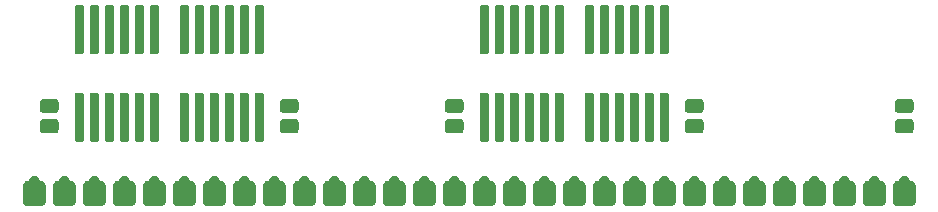
<source format=gts>
G04 #@! TF.GenerationSoftware,KiCad,Pcbnew,(5.1.5-0-10_14)*
G04 #@! TF.CreationDate,2020-05-15T16:52:46-04:00*
G04 #@! TF.ProjectId,simm-30-4mb,73696d6d-2d33-4302-9d34-6d622e6b6963,rev?*
G04 #@! TF.SameCoordinates,Original*
G04 #@! TF.FileFunction,Soldermask,Top*
G04 #@! TF.FilePolarity,Negative*
%FSLAX46Y46*%
G04 Gerber Fmt 4.6, Leading zero omitted, Abs format (unit mm)*
G04 Created by KiCad (PCBNEW (5.1.5-0-10_14)) date 2020-05-15 16:52:46*
%MOMM*%
%LPD*%
G04 APERTURE LIST*
%ADD10C,0.100000*%
G04 APERTURE END LIST*
D10*
G36*
X157618902Y-98348100D02*
G01*
X157705565Y-98383997D01*
X157705569Y-98383999D01*
X157705570Y-98384000D01*
X157744563Y-98410054D01*
X157783560Y-98436111D01*
X157849889Y-98502440D01*
X157902003Y-98580435D01*
X157937900Y-98667098D01*
X157940370Y-98679514D01*
X157943980Y-98691417D01*
X157949848Y-98702396D01*
X157957745Y-98712018D01*
X157967367Y-98719915D01*
X157978345Y-98725783D01*
X157990257Y-98729397D01*
X157996422Y-98730311D01*
X158082244Y-98738764D01*
X158166768Y-98764403D01*
X158244660Y-98806038D01*
X158312933Y-98862067D01*
X158368962Y-98930340D01*
X158410597Y-99008232D01*
X158436236Y-99092756D01*
X158445200Y-99183767D01*
X158445200Y-100460233D01*
X158436236Y-100551244D01*
X158410597Y-100635768D01*
X158368962Y-100713660D01*
X158312933Y-100781933D01*
X158244660Y-100837962D01*
X158166768Y-100879597D01*
X158082244Y-100905236D01*
X157991233Y-100914200D01*
X156968767Y-100914200D01*
X156877756Y-100905236D01*
X156793232Y-100879597D01*
X156715340Y-100837962D01*
X156647067Y-100781933D01*
X156591038Y-100713660D01*
X156549403Y-100635768D01*
X156523764Y-100551244D01*
X156514800Y-100460233D01*
X156514800Y-99183767D01*
X156523764Y-99092756D01*
X156549403Y-99008232D01*
X156591038Y-98930340D01*
X156647067Y-98862067D01*
X156715340Y-98806038D01*
X156793232Y-98764403D01*
X156877756Y-98738764D01*
X156963578Y-98730311D01*
X156975787Y-98727883D01*
X156987287Y-98723119D01*
X156997637Y-98716203D01*
X157006439Y-98707401D01*
X157013355Y-98697051D01*
X157018119Y-98685551D01*
X157019629Y-98679523D01*
X157022100Y-98667098D01*
X157057997Y-98580435D01*
X157110111Y-98502440D01*
X157176440Y-98436111D01*
X157215437Y-98410054D01*
X157254430Y-98384000D01*
X157254431Y-98383999D01*
X157254435Y-98383997D01*
X157341098Y-98348100D01*
X157433098Y-98329800D01*
X157526902Y-98329800D01*
X157618902Y-98348100D01*
G37*
G36*
X155078902Y-98348100D02*
G01*
X155165565Y-98383997D01*
X155165569Y-98383999D01*
X155165570Y-98384000D01*
X155204563Y-98410054D01*
X155243560Y-98436111D01*
X155309889Y-98502440D01*
X155362003Y-98580435D01*
X155397900Y-98667098D01*
X155400370Y-98679514D01*
X155403980Y-98691417D01*
X155409848Y-98702396D01*
X155417745Y-98712018D01*
X155427367Y-98719915D01*
X155438345Y-98725783D01*
X155450257Y-98729397D01*
X155456422Y-98730311D01*
X155542244Y-98738764D01*
X155626768Y-98764403D01*
X155704660Y-98806038D01*
X155772933Y-98862067D01*
X155828962Y-98930340D01*
X155870597Y-99008232D01*
X155896236Y-99092756D01*
X155905200Y-99183767D01*
X155905200Y-100460233D01*
X155896236Y-100551244D01*
X155870597Y-100635768D01*
X155828962Y-100713660D01*
X155772933Y-100781933D01*
X155704660Y-100837962D01*
X155626768Y-100879597D01*
X155542244Y-100905236D01*
X155451233Y-100914200D01*
X154428767Y-100914200D01*
X154337756Y-100905236D01*
X154253232Y-100879597D01*
X154175340Y-100837962D01*
X154107067Y-100781933D01*
X154051038Y-100713660D01*
X154009403Y-100635768D01*
X153983764Y-100551244D01*
X153974800Y-100460233D01*
X153974800Y-99183767D01*
X153983764Y-99092756D01*
X154009403Y-99008232D01*
X154051038Y-98930340D01*
X154107067Y-98862067D01*
X154175340Y-98806038D01*
X154253232Y-98764403D01*
X154337756Y-98738764D01*
X154423578Y-98730311D01*
X154435787Y-98727883D01*
X154447287Y-98723119D01*
X154457637Y-98716203D01*
X154466439Y-98707401D01*
X154473355Y-98697051D01*
X154478119Y-98685551D01*
X154479629Y-98679523D01*
X154482100Y-98667098D01*
X154517997Y-98580435D01*
X154570111Y-98502440D01*
X154636440Y-98436111D01*
X154675437Y-98410054D01*
X154714430Y-98384000D01*
X154714431Y-98383999D01*
X154714435Y-98383997D01*
X154801098Y-98348100D01*
X154893098Y-98329800D01*
X154986902Y-98329800D01*
X155078902Y-98348100D01*
G37*
G36*
X152538902Y-98348100D02*
G01*
X152625565Y-98383997D01*
X152625569Y-98383999D01*
X152625570Y-98384000D01*
X152664563Y-98410054D01*
X152703560Y-98436111D01*
X152769889Y-98502440D01*
X152822003Y-98580435D01*
X152857900Y-98667098D01*
X152860370Y-98679514D01*
X152863980Y-98691417D01*
X152869848Y-98702396D01*
X152877745Y-98712018D01*
X152887367Y-98719915D01*
X152898345Y-98725783D01*
X152910257Y-98729397D01*
X152916422Y-98730311D01*
X153002244Y-98738764D01*
X153086768Y-98764403D01*
X153164660Y-98806038D01*
X153232933Y-98862067D01*
X153288962Y-98930340D01*
X153330597Y-99008232D01*
X153356236Y-99092756D01*
X153365200Y-99183767D01*
X153365200Y-100460233D01*
X153356236Y-100551244D01*
X153330597Y-100635768D01*
X153288962Y-100713660D01*
X153232933Y-100781933D01*
X153164660Y-100837962D01*
X153086768Y-100879597D01*
X153002244Y-100905236D01*
X152911233Y-100914200D01*
X151888767Y-100914200D01*
X151797756Y-100905236D01*
X151713232Y-100879597D01*
X151635340Y-100837962D01*
X151567067Y-100781933D01*
X151511038Y-100713660D01*
X151469403Y-100635768D01*
X151443764Y-100551244D01*
X151434800Y-100460233D01*
X151434800Y-99183767D01*
X151443764Y-99092756D01*
X151469403Y-99008232D01*
X151511038Y-98930340D01*
X151567067Y-98862067D01*
X151635340Y-98806038D01*
X151713232Y-98764403D01*
X151797756Y-98738764D01*
X151883578Y-98730311D01*
X151895787Y-98727883D01*
X151907287Y-98723119D01*
X151917637Y-98716203D01*
X151926439Y-98707401D01*
X151933355Y-98697051D01*
X151938119Y-98685551D01*
X151939629Y-98679523D01*
X151942100Y-98667098D01*
X151977997Y-98580435D01*
X152030111Y-98502440D01*
X152096440Y-98436111D01*
X152135437Y-98410054D01*
X152174430Y-98384000D01*
X152174431Y-98383999D01*
X152174435Y-98383997D01*
X152261098Y-98348100D01*
X152353098Y-98329800D01*
X152446902Y-98329800D01*
X152538902Y-98348100D01*
G37*
G36*
X149998902Y-98348100D02*
G01*
X150085565Y-98383997D01*
X150085569Y-98383999D01*
X150085570Y-98384000D01*
X150124563Y-98410054D01*
X150163560Y-98436111D01*
X150229889Y-98502440D01*
X150282003Y-98580435D01*
X150317900Y-98667098D01*
X150320370Y-98679514D01*
X150323980Y-98691417D01*
X150329848Y-98702396D01*
X150337745Y-98712018D01*
X150347367Y-98719915D01*
X150358345Y-98725783D01*
X150370257Y-98729397D01*
X150376422Y-98730311D01*
X150462244Y-98738764D01*
X150546768Y-98764403D01*
X150624660Y-98806038D01*
X150692933Y-98862067D01*
X150748962Y-98930340D01*
X150790597Y-99008232D01*
X150816236Y-99092756D01*
X150825200Y-99183767D01*
X150825200Y-100460233D01*
X150816236Y-100551244D01*
X150790597Y-100635768D01*
X150748962Y-100713660D01*
X150692933Y-100781933D01*
X150624660Y-100837962D01*
X150546768Y-100879597D01*
X150462244Y-100905236D01*
X150371233Y-100914200D01*
X149348767Y-100914200D01*
X149257756Y-100905236D01*
X149173232Y-100879597D01*
X149095340Y-100837962D01*
X149027067Y-100781933D01*
X148971038Y-100713660D01*
X148929403Y-100635768D01*
X148903764Y-100551244D01*
X148894800Y-100460233D01*
X148894800Y-99183767D01*
X148903764Y-99092756D01*
X148929403Y-99008232D01*
X148971038Y-98930340D01*
X149027067Y-98862067D01*
X149095340Y-98806038D01*
X149173232Y-98764403D01*
X149257756Y-98738764D01*
X149343578Y-98730311D01*
X149355787Y-98727883D01*
X149367287Y-98723119D01*
X149377637Y-98716203D01*
X149386439Y-98707401D01*
X149393355Y-98697051D01*
X149398119Y-98685551D01*
X149399629Y-98679523D01*
X149402100Y-98667098D01*
X149437997Y-98580435D01*
X149490111Y-98502440D01*
X149556440Y-98436111D01*
X149595437Y-98410054D01*
X149634430Y-98384000D01*
X149634431Y-98383999D01*
X149634435Y-98383997D01*
X149721098Y-98348100D01*
X149813098Y-98329800D01*
X149906902Y-98329800D01*
X149998902Y-98348100D01*
G37*
G36*
X147458902Y-98348100D02*
G01*
X147545565Y-98383997D01*
X147545569Y-98383999D01*
X147545570Y-98384000D01*
X147584563Y-98410054D01*
X147623560Y-98436111D01*
X147689889Y-98502440D01*
X147742003Y-98580435D01*
X147777900Y-98667098D01*
X147780370Y-98679514D01*
X147783980Y-98691417D01*
X147789848Y-98702396D01*
X147797745Y-98712018D01*
X147807367Y-98719915D01*
X147818345Y-98725783D01*
X147830257Y-98729397D01*
X147836422Y-98730311D01*
X147922244Y-98738764D01*
X148006768Y-98764403D01*
X148084660Y-98806038D01*
X148152933Y-98862067D01*
X148208962Y-98930340D01*
X148250597Y-99008232D01*
X148276236Y-99092756D01*
X148285200Y-99183767D01*
X148285200Y-100460233D01*
X148276236Y-100551244D01*
X148250597Y-100635768D01*
X148208962Y-100713660D01*
X148152933Y-100781933D01*
X148084660Y-100837962D01*
X148006768Y-100879597D01*
X147922244Y-100905236D01*
X147831233Y-100914200D01*
X146808767Y-100914200D01*
X146717756Y-100905236D01*
X146633232Y-100879597D01*
X146555340Y-100837962D01*
X146487067Y-100781933D01*
X146431038Y-100713660D01*
X146389403Y-100635768D01*
X146363764Y-100551244D01*
X146354800Y-100460233D01*
X146354800Y-99183767D01*
X146363764Y-99092756D01*
X146389403Y-99008232D01*
X146431038Y-98930340D01*
X146487067Y-98862067D01*
X146555340Y-98806038D01*
X146633232Y-98764403D01*
X146717756Y-98738764D01*
X146803578Y-98730311D01*
X146815787Y-98727883D01*
X146827287Y-98723119D01*
X146837637Y-98716203D01*
X146846439Y-98707401D01*
X146853355Y-98697051D01*
X146858119Y-98685551D01*
X146859629Y-98679523D01*
X146862100Y-98667098D01*
X146897997Y-98580435D01*
X146950111Y-98502440D01*
X147016440Y-98436111D01*
X147055437Y-98410054D01*
X147094430Y-98384000D01*
X147094431Y-98383999D01*
X147094435Y-98383997D01*
X147181098Y-98348100D01*
X147273098Y-98329800D01*
X147366902Y-98329800D01*
X147458902Y-98348100D01*
G37*
G36*
X144918902Y-98348100D02*
G01*
X145005565Y-98383997D01*
X145005569Y-98383999D01*
X145005570Y-98384000D01*
X145044563Y-98410054D01*
X145083560Y-98436111D01*
X145149889Y-98502440D01*
X145202003Y-98580435D01*
X145237900Y-98667098D01*
X145240370Y-98679514D01*
X145243980Y-98691417D01*
X145249848Y-98702396D01*
X145257745Y-98712018D01*
X145267367Y-98719915D01*
X145278345Y-98725783D01*
X145290257Y-98729397D01*
X145296422Y-98730311D01*
X145382244Y-98738764D01*
X145466768Y-98764403D01*
X145544660Y-98806038D01*
X145612933Y-98862067D01*
X145668962Y-98930340D01*
X145710597Y-99008232D01*
X145736236Y-99092756D01*
X145745200Y-99183767D01*
X145745200Y-100460233D01*
X145736236Y-100551244D01*
X145710597Y-100635768D01*
X145668962Y-100713660D01*
X145612933Y-100781933D01*
X145544660Y-100837962D01*
X145466768Y-100879597D01*
X145382244Y-100905236D01*
X145291233Y-100914200D01*
X144268767Y-100914200D01*
X144177756Y-100905236D01*
X144093232Y-100879597D01*
X144015340Y-100837962D01*
X143947067Y-100781933D01*
X143891038Y-100713660D01*
X143849403Y-100635768D01*
X143823764Y-100551244D01*
X143814800Y-100460233D01*
X143814800Y-99183767D01*
X143823764Y-99092756D01*
X143849403Y-99008232D01*
X143891038Y-98930340D01*
X143947067Y-98862067D01*
X144015340Y-98806038D01*
X144093232Y-98764403D01*
X144177756Y-98738764D01*
X144263578Y-98730311D01*
X144275787Y-98727883D01*
X144287287Y-98723119D01*
X144297637Y-98716203D01*
X144306439Y-98707401D01*
X144313355Y-98697051D01*
X144318119Y-98685551D01*
X144319629Y-98679523D01*
X144322100Y-98667098D01*
X144357997Y-98580435D01*
X144410111Y-98502440D01*
X144476440Y-98436111D01*
X144515437Y-98410054D01*
X144554430Y-98384000D01*
X144554431Y-98383999D01*
X144554435Y-98383997D01*
X144641098Y-98348100D01*
X144733098Y-98329800D01*
X144826902Y-98329800D01*
X144918902Y-98348100D01*
G37*
G36*
X142378902Y-98348100D02*
G01*
X142465565Y-98383997D01*
X142465569Y-98383999D01*
X142465570Y-98384000D01*
X142504563Y-98410054D01*
X142543560Y-98436111D01*
X142609889Y-98502440D01*
X142662003Y-98580435D01*
X142697900Y-98667098D01*
X142700370Y-98679514D01*
X142703980Y-98691417D01*
X142709848Y-98702396D01*
X142717745Y-98712018D01*
X142727367Y-98719915D01*
X142738345Y-98725783D01*
X142750257Y-98729397D01*
X142756422Y-98730311D01*
X142842244Y-98738764D01*
X142926768Y-98764403D01*
X143004660Y-98806038D01*
X143072933Y-98862067D01*
X143128962Y-98930340D01*
X143170597Y-99008232D01*
X143196236Y-99092756D01*
X143205200Y-99183767D01*
X143205200Y-100460233D01*
X143196236Y-100551244D01*
X143170597Y-100635768D01*
X143128962Y-100713660D01*
X143072933Y-100781933D01*
X143004660Y-100837962D01*
X142926768Y-100879597D01*
X142842244Y-100905236D01*
X142751233Y-100914200D01*
X141728767Y-100914200D01*
X141637756Y-100905236D01*
X141553232Y-100879597D01*
X141475340Y-100837962D01*
X141407067Y-100781933D01*
X141351038Y-100713660D01*
X141309403Y-100635768D01*
X141283764Y-100551244D01*
X141274800Y-100460233D01*
X141274800Y-99183767D01*
X141283764Y-99092756D01*
X141309403Y-99008232D01*
X141351038Y-98930340D01*
X141407067Y-98862067D01*
X141475340Y-98806038D01*
X141553232Y-98764403D01*
X141637756Y-98738764D01*
X141723578Y-98730311D01*
X141735787Y-98727883D01*
X141747287Y-98723119D01*
X141757637Y-98716203D01*
X141766439Y-98707401D01*
X141773355Y-98697051D01*
X141778119Y-98685551D01*
X141779629Y-98679523D01*
X141782100Y-98667098D01*
X141817997Y-98580435D01*
X141870111Y-98502440D01*
X141936440Y-98436111D01*
X141975437Y-98410054D01*
X142014430Y-98384000D01*
X142014431Y-98383999D01*
X142014435Y-98383997D01*
X142101098Y-98348100D01*
X142193098Y-98329800D01*
X142286902Y-98329800D01*
X142378902Y-98348100D01*
G37*
G36*
X139838902Y-98348100D02*
G01*
X139925565Y-98383997D01*
X139925569Y-98383999D01*
X139925570Y-98384000D01*
X139964563Y-98410054D01*
X140003560Y-98436111D01*
X140069889Y-98502440D01*
X140122003Y-98580435D01*
X140157900Y-98667098D01*
X140160370Y-98679514D01*
X140163980Y-98691417D01*
X140169848Y-98702396D01*
X140177745Y-98712018D01*
X140187367Y-98719915D01*
X140198345Y-98725783D01*
X140210257Y-98729397D01*
X140216422Y-98730311D01*
X140302244Y-98738764D01*
X140386768Y-98764403D01*
X140464660Y-98806038D01*
X140532933Y-98862067D01*
X140588962Y-98930340D01*
X140630597Y-99008232D01*
X140656236Y-99092756D01*
X140665200Y-99183767D01*
X140665200Y-100460233D01*
X140656236Y-100551244D01*
X140630597Y-100635768D01*
X140588962Y-100713660D01*
X140532933Y-100781933D01*
X140464660Y-100837962D01*
X140386768Y-100879597D01*
X140302244Y-100905236D01*
X140211233Y-100914200D01*
X139188767Y-100914200D01*
X139097756Y-100905236D01*
X139013232Y-100879597D01*
X138935340Y-100837962D01*
X138867067Y-100781933D01*
X138811038Y-100713660D01*
X138769403Y-100635768D01*
X138743764Y-100551244D01*
X138734800Y-100460233D01*
X138734800Y-99183767D01*
X138743764Y-99092756D01*
X138769403Y-99008232D01*
X138811038Y-98930340D01*
X138867067Y-98862067D01*
X138935340Y-98806038D01*
X139013232Y-98764403D01*
X139097756Y-98738764D01*
X139183578Y-98730311D01*
X139195787Y-98727883D01*
X139207287Y-98723119D01*
X139217637Y-98716203D01*
X139226439Y-98707401D01*
X139233355Y-98697051D01*
X139238119Y-98685551D01*
X139239629Y-98679523D01*
X139242100Y-98667098D01*
X139277997Y-98580435D01*
X139330111Y-98502440D01*
X139396440Y-98436111D01*
X139435437Y-98410054D01*
X139474430Y-98384000D01*
X139474431Y-98383999D01*
X139474435Y-98383997D01*
X139561098Y-98348100D01*
X139653098Y-98329800D01*
X139746902Y-98329800D01*
X139838902Y-98348100D01*
G37*
G36*
X137298902Y-98348100D02*
G01*
X137385565Y-98383997D01*
X137385569Y-98383999D01*
X137385570Y-98384000D01*
X137424563Y-98410054D01*
X137463560Y-98436111D01*
X137529889Y-98502440D01*
X137582003Y-98580435D01*
X137617900Y-98667098D01*
X137620370Y-98679514D01*
X137623980Y-98691417D01*
X137629848Y-98702396D01*
X137637745Y-98712018D01*
X137647367Y-98719915D01*
X137658345Y-98725783D01*
X137670257Y-98729397D01*
X137676422Y-98730311D01*
X137762244Y-98738764D01*
X137846768Y-98764403D01*
X137924660Y-98806038D01*
X137992933Y-98862067D01*
X138048962Y-98930340D01*
X138090597Y-99008232D01*
X138116236Y-99092756D01*
X138125200Y-99183767D01*
X138125200Y-100460233D01*
X138116236Y-100551244D01*
X138090597Y-100635768D01*
X138048962Y-100713660D01*
X137992933Y-100781933D01*
X137924660Y-100837962D01*
X137846768Y-100879597D01*
X137762244Y-100905236D01*
X137671233Y-100914200D01*
X136648767Y-100914200D01*
X136557756Y-100905236D01*
X136473232Y-100879597D01*
X136395340Y-100837962D01*
X136327067Y-100781933D01*
X136271038Y-100713660D01*
X136229403Y-100635768D01*
X136203764Y-100551244D01*
X136194800Y-100460233D01*
X136194800Y-99183767D01*
X136203764Y-99092756D01*
X136229403Y-99008232D01*
X136271038Y-98930340D01*
X136327067Y-98862067D01*
X136395340Y-98806038D01*
X136473232Y-98764403D01*
X136557756Y-98738764D01*
X136643578Y-98730311D01*
X136655787Y-98727883D01*
X136667287Y-98723119D01*
X136677637Y-98716203D01*
X136686439Y-98707401D01*
X136693355Y-98697051D01*
X136698119Y-98685551D01*
X136699629Y-98679523D01*
X136702100Y-98667098D01*
X136737997Y-98580435D01*
X136790111Y-98502440D01*
X136856440Y-98436111D01*
X136895437Y-98410054D01*
X136934430Y-98384000D01*
X136934431Y-98383999D01*
X136934435Y-98383997D01*
X137021098Y-98348100D01*
X137113098Y-98329800D01*
X137206902Y-98329800D01*
X137298902Y-98348100D01*
G37*
G36*
X134758902Y-98348100D02*
G01*
X134845565Y-98383997D01*
X134845569Y-98383999D01*
X134845570Y-98384000D01*
X134884563Y-98410054D01*
X134923560Y-98436111D01*
X134989889Y-98502440D01*
X135042003Y-98580435D01*
X135077900Y-98667098D01*
X135080370Y-98679514D01*
X135083980Y-98691417D01*
X135089848Y-98702396D01*
X135097745Y-98712018D01*
X135107367Y-98719915D01*
X135118345Y-98725783D01*
X135130257Y-98729397D01*
X135136422Y-98730311D01*
X135222244Y-98738764D01*
X135306768Y-98764403D01*
X135384660Y-98806038D01*
X135452933Y-98862067D01*
X135508962Y-98930340D01*
X135550597Y-99008232D01*
X135576236Y-99092756D01*
X135585200Y-99183767D01*
X135585200Y-100460233D01*
X135576236Y-100551244D01*
X135550597Y-100635768D01*
X135508962Y-100713660D01*
X135452933Y-100781933D01*
X135384660Y-100837962D01*
X135306768Y-100879597D01*
X135222244Y-100905236D01*
X135131233Y-100914200D01*
X134108767Y-100914200D01*
X134017756Y-100905236D01*
X133933232Y-100879597D01*
X133855340Y-100837962D01*
X133787067Y-100781933D01*
X133731038Y-100713660D01*
X133689403Y-100635768D01*
X133663764Y-100551244D01*
X133654800Y-100460233D01*
X133654800Y-99183767D01*
X133663764Y-99092756D01*
X133689403Y-99008232D01*
X133731038Y-98930340D01*
X133787067Y-98862067D01*
X133855340Y-98806038D01*
X133933232Y-98764403D01*
X134017756Y-98738764D01*
X134103578Y-98730311D01*
X134115787Y-98727883D01*
X134127287Y-98723119D01*
X134137637Y-98716203D01*
X134146439Y-98707401D01*
X134153355Y-98697051D01*
X134158119Y-98685551D01*
X134159629Y-98679523D01*
X134162100Y-98667098D01*
X134197997Y-98580435D01*
X134250111Y-98502440D01*
X134316440Y-98436111D01*
X134355437Y-98410054D01*
X134394430Y-98384000D01*
X134394431Y-98383999D01*
X134394435Y-98383997D01*
X134481098Y-98348100D01*
X134573098Y-98329800D01*
X134666902Y-98329800D01*
X134758902Y-98348100D01*
G37*
G36*
X132218902Y-98348100D02*
G01*
X132305565Y-98383997D01*
X132305569Y-98383999D01*
X132305570Y-98384000D01*
X132344563Y-98410054D01*
X132383560Y-98436111D01*
X132449889Y-98502440D01*
X132502003Y-98580435D01*
X132537900Y-98667098D01*
X132540370Y-98679514D01*
X132543980Y-98691417D01*
X132549848Y-98702396D01*
X132557745Y-98712018D01*
X132567367Y-98719915D01*
X132578345Y-98725783D01*
X132590257Y-98729397D01*
X132596422Y-98730311D01*
X132682244Y-98738764D01*
X132766768Y-98764403D01*
X132844660Y-98806038D01*
X132912933Y-98862067D01*
X132968962Y-98930340D01*
X133010597Y-99008232D01*
X133036236Y-99092756D01*
X133045200Y-99183767D01*
X133045200Y-100460233D01*
X133036236Y-100551244D01*
X133010597Y-100635768D01*
X132968962Y-100713660D01*
X132912933Y-100781933D01*
X132844660Y-100837962D01*
X132766768Y-100879597D01*
X132682244Y-100905236D01*
X132591233Y-100914200D01*
X131568767Y-100914200D01*
X131477756Y-100905236D01*
X131393232Y-100879597D01*
X131315340Y-100837962D01*
X131247067Y-100781933D01*
X131191038Y-100713660D01*
X131149403Y-100635768D01*
X131123764Y-100551244D01*
X131114800Y-100460233D01*
X131114800Y-99183767D01*
X131123764Y-99092756D01*
X131149403Y-99008232D01*
X131191038Y-98930340D01*
X131247067Y-98862067D01*
X131315340Y-98806038D01*
X131393232Y-98764403D01*
X131477756Y-98738764D01*
X131563578Y-98730311D01*
X131575787Y-98727883D01*
X131587287Y-98723119D01*
X131597637Y-98716203D01*
X131606439Y-98707401D01*
X131613355Y-98697051D01*
X131618119Y-98685551D01*
X131619629Y-98679523D01*
X131622100Y-98667098D01*
X131657997Y-98580435D01*
X131710111Y-98502440D01*
X131776440Y-98436111D01*
X131815437Y-98410054D01*
X131854430Y-98384000D01*
X131854431Y-98383999D01*
X131854435Y-98383997D01*
X131941098Y-98348100D01*
X132033098Y-98329800D01*
X132126902Y-98329800D01*
X132218902Y-98348100D01*
G37*
G36*
X129678902Y-98348100D02*
G01*
X129765565Y-98383997D01*
X129765569Y-98383999D01*
X129765570Y-98384000D01*
X129804563Y-98410054D01*
X129843560Y-98436111D01*
X129909889Y-98502440D01*
X129962003Y-98580435D01*
X129997900Y-98667098D01*
X130000370Y-98679514D01*
X130003980Y-98691417D01*
X130009848Y-98702396D01*
X130017745Y-98712018D01*
X130027367Y-98719915D01*
X130038345Y-98725783D01*
X130050257Y-98729397D01*
X130056422Y-98730311D01*
X130142244Y-98738764D01*
X130226768Y-98764403D01*
X130304660Y-98806038D01*
X130372933Y-98862067D01*
X130428962Y-98930340D01*
X130470597Y-99008232D01*
X130496236Y-99092756D01*
X130505200Y-99183767D01*
X130505200Y-100460233D01*
X130496236Y-100551244D01*
X130470597Y-100635768D01*
X130428962Y-100713660D01*
X130372933Y-100781933D01*
X130304660Y-100837962D01*
X130226768Y-100879597D01*
X130142244Y-100905236D01*
X130051233Y-100914200D01*
X129028767Y-100914200D01*
X128937756Y-100905236D01*
X128853232Y-100879597D01*
X128775340Y-100837962D01*
X128707067Y-100781933D01*
X128651038Y-100713660D01*
X128609403Y-100635768D01*
X128583764Y-100551244D01*
X128574800Y-100460233D01*
X128574800Y-99183767D01*
X128583764Y-99092756D01*
X128609403Y-99008232D01*
X128651038Y-98930340D01*
X128707067Y-98862067D01*
X128775340Y-98806038D01*
X128853232Y-98764403D01*
X128937756Y-98738764D01*
X129023578Y-98730311D01*
X129035787Y-98727883D01*
X129047287Y-98723119D01*
X129057637Y-98716203D01*
X129066439Y-98707401D01*
X129073355Y-98697051D01*
X129078119Y-98685551D01*
X129079629Y-98679523D01*
X129082100Y-98667098D01*
X129117997Y-98580435D01*
X129170111Y-98502440D01*
X129236440Y-98436111D01*
X129275437Y-98410054D01*
X129314430Y-98384000D01*
X129314431Y-98383999D01*
X129314435Y-98383997D01*
X129401098Y-98348100D01*
X129493098Y-98329800D01*
X129586902Y-98329800D01*
X129678902Y-98348100D01*
G37*
G36*
X127138902Y-98348100D02*
G01*
X127225565Y-98383997D01*
X127225569Y-98383999D01*
X127225570Y-98384000D01*
X127264563Y-98410054D01*
X127303560Y-98436111D01*
X127369889Y-98502440D01*
X127422003Y-98580435D01*
X127457900Y-98667098D01*
X127460370Y-98679514D01*
X127463980Y-98691417D01*
X127469848Y-98702396D01*
X127477745Y-98712018D01*
X127487367Y-98719915D01*
X127498345Y-98725783D01*
X127510257Y-98729397D01*
X127516422Y-98730311D01*
X127602244Y-98738764D01*
X127686768Y-98764403D01*
X127764660Y-98806038D01*
X127832933Y-98862067D01*
X127888962Y-98930340D01*
X127930597Y-99008232D01*
X127956236Y-99092756D01*
X127965200Y-99183767D01*
X127965200Y-100460233D01*
X127956236Y-100551244D01*
X127930597Y-100635768D01*
X127888962Y-100713660D01*
X127832933Y-100781933D01*
X127764660Y-100837962D01*
X127686768Y-100879597D01*
X127602244Y-100905236D01*
X127511233Y-100914200D01*
X126488767Y-100914200D01*
X126397756Y-100905236D01*
X126313232Y-100879597D01*
X126235340Y-100837962D01*
X126167067Y-100781933D01*
X126111038Y-100713660D01*
X126069403Y-100635768D01*
X126043764Y-100551244D01*
X126034800Y-100460233D01*
X126034800Y-99183767D01*
X126043764Y-99092756D01*
X126069403Y-99008232D01*
X126111038Y-98930340D01*
X126167067Y-98862067D01*
X126235340Y-98806038D01*
X126313232Y-98764403D01*
X126397756Y-98738764D01*
X126483578Y-98730311D01*
X126495787Y-98727883D01*
X126507287Y-98723119D01*
X126517637Y-98716203D01*
X126526439Y-98707401D01*
X126533355Y-98697051D01*
X126538119Y-98685551D01*
X126539629Y-98679523D01*
X126542100Y-98667098D01*
X126577997Y-98580435D01*
X126630111Y-98502440D01*
X126696440Y-98436111D01*
X126735437Y-98410054D01*
X126774430Y-98384000D01*
X126774431Y-98383999D01*
X126774435Y-98383997D01*
X126861098Y-98348100D01*
X126953098Y-98329800D01*
X127046902Y-98329800D01*
X127138902Y-98348100D01*
G37*
G36*
X124598902Y-98348100D02*
G01*
X124685565Y-98383997D01*
X124685569Y-98383999D01*
X124685570Y-98384000D01*
X124724563Y-98410054D01*
X124763560Y-98436111D01*
X124829889Y-98502440D01*
X124882003Y-98580435D01*
X124917900Y-98667098D01*
X124920370Y-98679514D01*
X124923980Y-98691417D01*
X124929848Y-98702396D01*
X124937745Y-98712018D01*
X124947367Y-98719915D01*
X124958345Y-98725783D01*
X124970257Y-98729397D01*
X124976422Y-98730311D01*
X125062244Y-98738764D01*
X125146768Y-98764403D01*
X125224660Y-98806038D01*
X125292933Y-98862067D01*
X125348962Y-98930340D01*
X125390597Y-99008232D01*
X125416236Y-99092756D01*
X125425200Y-99183767D01*
X125425200Y-100460233D01*
X125416236Y-100551244D01*
X125390597Y-100635768D01*
X125348962Y-100713660D01*
X125292933Y-100781933D01*
X125224660Y-100837962D01*
X125146768Y-100879597D01*
X125062244Y-100905236D01*
X124971233Y-100914200D01*
X123948767Y-100914200D01*
X123857756Y-100905236D01*
X123773232Y-100879597D01*
X123695340Y-100837962D01*
X123627067Y-100781933D01*
X123571038Y-100713660D01*
X123529403Y-100635768D01*
X123503764Y-100551244D01*
X123494800Y-100460233D01*
X123494800Y-99183767D01*
X123503764Y-99092756D01*
X123529403Y-99008232D01*
X123571038Y-98930340D01*
X123627067Y-98862067D01*
X123695340Y-98806038D01*
X123773232Y-98764403D01*
X123857756Y-98738764D01*
X123943578Y-98730311D01*
X123955787Y-98727883D01*
X123967287Y-98723119D01*
X123977637Y-98716203D01*
X123986439Y-98707401D01*
X123993355Y-98697051D01*
X123998119Y-98685551D01*
X123999629Y-98679523D01*
X124002100Y-98667098D01*
X124037997Y-98580435D01*
X124090111Y-98502440D01*
X124156440Y-98436111D01*
X124195437Y-98410054D01*
X124234430Y-98384000D01*
X124234431Y-98383999D01*
X124234435Y-98383997D01*
X124321098Y-98348100D01*
X124413098Y-98329800D01*
X124506902Y-98329800D01*
X124598902Y-98348100D01*
G37*
G36*
X122058902Y-98348100D02*
G01*
X122145565Y-98383997D01*
X122145569Y-98383999D01*
X122145570Y-98384000D01*
X122184563Y-98410054D01*
X122223560Y-98436111D01*
X122289889Y-98502440D01*
X122342003Y-98580435D01*
X122377900Y-98667098D01*
X122380370Y-98679514D01*
X122383980Y-98691417D01*
X122389848Y-98702396D01*
X122397745Y-98712018D01*
X122407367Y-98719915D01*
X122418345Y-98725783D01*
X122430257Y-98729397D01*
X122436422Y-98730311D01*
X122522244Y-98738764D01*
X122606768Y-98764403D01*
X122684660Y-98806038D01*
X122752933Y-98862067D01*
X122808962Y-98930340D01*
X122850597Y-99008232D01*
X122876236Y-99092756D01*
X122885200Y-99183767D01*
X122885200Y-100460233D01*
X122876236Y-100551244D01*
X122850597Y-100635768D01*
X122808962Y-100713660D01*
X122752933Y-100781933D01*
X122684660Y-100837962D01*
X122606768Y-100879597D01*
X122522244Y-100905236D01*
X122431233Y-100914200D01*
X121408767Y-100914200D01*
X121317756Y-100905236D01*
X121233232Y-100879597D01*
X121155340Y-100837962D01*
X121087067Y-100781933D01*
X121031038Y-100713660D01*
X120989403Y-100635768D01*
X120963764Y-100551244D01*
X120954800Y-100460233D01*
X120954800Y-99183767D01*
X120963764Y-99092756D01*
X120989403Y-99008232D01*
X121031038Y-98930340D01*
X121087067Y-98862067D01*
X121155340Y-98806038D01*
X121233232Y-98764403D01*
X121317756Y-98738764D01*
X121403578Y-98730311D01*
X121415787Y-98727883D01*
X121427287Y-98723119D01*
X121437637Y-98716203D01*
X121446439Y-98707401D01*
X121453355Y-98697051D01*
X121458119Y-98685551D01*
X121459629Y-98679523D01*
X121462100Y-98667098D01*
X121497997Y-98580435D01*
X121550111Y-98502440D01*
X121616440Y-98436111D01*
X121655437Y-98410054D01*
X121694430Y-98384000D01*
X121694431Y-98383999D01*
X121694435Y-98383997D01*
X121781098Y-98348100D01*
X121873098Y-98329800D01*
X121966902Y-98329800D01*
X122058902Y-98348100D01*
G37*
G36*
X119518902Y-98348100D02*
G01*
X119605565Y-98383997D01*
X119605569Y-98383999D01*
X119605570Y-98384000D01*
X119644563Y-98410054D01*
X119683560Y-98436111D01*
X119749889Y-98502440D01*
X119802003Y-98580435D01*
X119837900Y-98667098D01*
X119840370Y-98679514D01*
X119843980Y-98691417D01*
X119849848Y-98702396D01*
X119857745Y-98712018D01*
X119867367Y-98719915D01*
X119878345Y-98725783D01*
X119890257Y-98729397D01*
X119896422Y-98730311D01*
X119982244Y-98738764D01*
X120066768Y-98764403D01*
X120144660Y-98806038D01*
X120212933Y-98862067D01*
X120268962Y-98930340D01*
X120310597Y-99008232D01*
X120336236Y-99092756D01*
X120345200Y-99183767D01*
X120345200Y-100460233D01*
X120336236Y-100551244D01*
X120310597Y-100635768D01*
X120268962Y-100713660D01*
X120212933Y-100781933D01*
X120144660Y-100837962D01*
X120066768Y-100879597D01*
X119982244Y-100905236D01*
X119891233Y-100914200D01*
X118868767Y-100914200D01*
X118777756Y-100905236D01*
X118693232Y-100879597D01*
X118615340Y-100837962D01*
X118547067Y-100781933D01*
X118491038Y-100713660D01*
X118449403Y-100635768D01*
X118423764Y-100551244D01*
X118414800Y-100460233D01*
X118414800Y-99183767D01*
X118423764Y-99092756D01*
X118449403Y-99008232D01*
X118491038Y-98930340D01*
X118547067Y-98862067D01*
X118615340Y-98806038D01*
X118693232Y-98764403D01*
X118777756Y-98738764D01*
X118863578Y-98730311D01*
X118875787Y-98727883D01*
X118887287Y-98723119D01*
X118897637Y-98716203D01*
X118906439Y-98707401D01*
X118913355Y-98697051D01*
X118918119Y-98685551D01*
X118919629Y-98679523D01*
X118922100Y-98667098D01*
X118957997Y-98580435D01*
X119010111Y-98502440D01*
X119076440Y-98436111D01*
X119115437Y-98410054D01*
X119154430Y-98384000D01*
X119154431Y-98383999D01*
X119154435Y-98383997D01*
X119241098Y-98348100D01*
X119333098Y-98329800D01*
X119426902Y-98329800D01*
X119518902Y-98348100D01*
G37*
G36*
X116978902Y-98348100D02*
G01*
X117065565Y-98383997D01*
X117065569Y-98383999D01*
X117065570Y-98384000D01*
X117104563Y-98410054D01*
X117143560Y-98436111D01*
X117209889Y-98502440D01*
X117262003Y-98580435D01*
X117297900Y-98667098D01*
X117300370Y-98679514D01*
X117303980Y-98691417D01*
X117309848Y-98702396D01*
X117317745Y-98712018D01*
X117327367Y-98719915D01*
X117338345Y-98725783D01*
X117350257Y-98729397D01*
X117356422Y-98730311D01*
X117442244Y-98738764D01*
X117526768Y-98764403D01*
X117604660Y-98806038D01*
X117672933Y-98862067D01*
X117728962Y-98930340D01*
X117770597Y-99008232D01*
X117796236Y-99092756D01*
X117805200Y-99183767D01*
X117805200Y-100460233D01*
X117796236Y-100551244D01*
X117770597Y-100635768D01*
X117728962Y-100713660D01*
X117672933Y-100781933D01*
X117604660Y-100837962D01*
X117526768Y-100879597D01*
X117442244Y-100905236D01*
X117351233Y-100914200D01*
X116328767Y-100914200D01*
X116237756Y-100905236D01*
X116153232Y-100879597D01*
X116075340Y-100837962D01*
X116007067Y-100781933D01*
X115951038Y-100713660D01*
X115909403Y-100635768D01*
X115883764Y-100551244D01*
X115874800Y-100460233D01*
X115874800Y-99183767D01*
X115883764Y-99092756D01*
X115909403Y-99008232D01*
X115951038Y-98930340D01*
X116007067Y-98862067D01*
X116075340Y-98806038D01*
X116153232Y-98764403D01*
X116237756Y-98738764D01*
X116323578Y-98730311D01*
X116335787Y-98727883D01*
X116347287Y-98723119D01*
X116357637Y-98716203D01*
X116366439Y-98707401D01*
X116373355Y-98697051D01*
X116378119Y-98685551D01*
X116379629Y-98679523D01*
X116382100Y-98667098D01*
X116417997Y-98580435D01*
X116470111Y-98502440D01*
X116536440Y-98436111D01*
X116575437Y-98410054D01*
X116614430Y-98384000D01*
X116614431Y-98383999D01*
X116614435Y-98383997D01*
X116701098Y-98348100D01*
X116793098Y-98329800D01*
X116886902Y-98329800D01*
X116978902Y-98348100D01*
G37*
G36*
X114438902Y-98348100D02*
G01*
X114525565Y-98383997D01*
X114525569Y-98383999D01*
X114525570Y-98384000D01*
X114564563Y-98410054D01*
X114603560Y-98436111D01*
X114669889Y-98502440D01*
X114722003Y-98580435D01*
X114757900Y-98667098D01*
X114760370Y-98679514D01*
X114763980Y-98691417D01*
X114769848Y-98702396D01*
X114777745Y-98712018D01*
X114787367Y-98719915D01*
X114798345Y-98725783D01*
X114810257Y-98729397D01*
X114816422Y-98730311D01*
X114902244Y-98738764D01*
X114986768Y-98764403D01*
X115064660Y-98806038D01*
X115132933Y-98862067D01*
X115188962Y-98930340D01*
X115230597Y-99008232D01*
X115256236Y-99092756D01*
X115265200Y-99183767D01*
X115265200Y-100460233D01*
X115256236Y-100551244D01*
X115230597Y-100635768D01*
X115188962Y-100713660D01*
X115132933Y-100781933D01*
X115064660Y-100837962D01*
X114986768Y-100879597D01*
X114902244Y-100905236D01*
X114811233Y-100914200D01*
X113788767Y-100914200D01*
X113697756Y-100905236D01*
X113613232Y-100879597D01*
X113535340Y-100837962D01*
X113467067Y-100781933D01*
X113411038Y-100713660D01*
X113369403Y-100635768D01*
X113343764Y-100551244D01*
X113334800Y-100460233D01*
X113334800Y-99183767D01*
X113343764Y-99092756D01*
X113369403Y-99008232D01*
X113411038Y-98930340D01*
X113467067Y-98862067D01*
X113535340Y-98806038D01*
X113613232Y-98764403D01*
X113697756Y-98738764D01*
X113783578Y-98730311D01*
X113795787Y-98727883D01*
X113807287Y-98723119D01*
X113817637Y-98716203D01*
X113826439Y-98707401D01*
X113833355Y-98697051D01*
X113838119Y-98685551D01*
X113839629Y-98679523D01*
X113842100Y-98667098D01*
X113877997Y-98580435D01*
X113930111Y-98502440D01*
X113996440Y-98436111D01*
X114035437Y-98410054D01*
X114074430Y-98384000D01*
X114074431Y-98383999D01*
X114074435Y-98383997D01*
X114161098Y-98348100D01*
X114253098Y-98329800D01*
X114346902Y-98329800D01*
X114438902Y-98348100D01*
G37*
G36*
X111898902Y-98348100D02*
G01*
X111985565Y-98383997D01*
X111985569Y-98383999D01*
X111985570Y-98384000D01*
X112024563Y-98410054D01*
X112063560Y-98436111D01*
X112129889Y-98502440D01*
X112182003Y-98580435D01*
X112217900Y-98667098D01*
X112220370Y-98679514D01*
X112223980Y-98691417D01*
X112229848Y-98702396D01*
X112237745Y-98712018D01*
X112247367Y-98719915D01*
X112258345Y-98725783D01*
X112270257Y-98729397D01*
X112276422Y-98730311D01*
X112362244Y-98738764D01*
X112446768Y-98764403D01*
X112524660Y-98806038D01*
X112592933Y-98862067D01*
X112648962Y-98930340D01*
X112690597Y-99008232D01*
X112716236Y-99092756D01*
X112725200Y-99183767D01*
X112725200Y-100460233D01*
X112716236Y-100551244D01*
X112690597Y-100635768D01*
X112648962Y-100713660D01*
X112592933Y-100781933D01*
X112524660Y-100837962D01*
X112446768Y-100879597D01*
X112362244Y-100905236D01*
X112271233Y-100914200D01*
X111248767Y-100914200D01*
X111157756Y-100905236D01*
X111073232Y-100879597D01*
X110995340Y-100837962D01*
X110927067Y-100781933D01*
X110871038Y-100713660D01*
X110829403Y-100635768D01*
X110803764Y-100551244D01*
X110794800Y-100460233D01*
X110794800Y-99183767D01*
X110803764Y-99092756D01*
X110829403Y-99008232D01*
X110871038Y-98930340D01*
X110927067Y-98862067D01*
X110995340Y-98806038D01*
X111073232Y-98764403D01*
X111157756Y-98738764D01*
X111243578Y-98730311D01*
X111255787Y-98727883D01*
X111267287Y-98723119D01*
X111277637Y-98716203D01*
X111286439Y-98707401D01*
X111293355Y-98697051D01*
X111298119Y-98685551D01*
X111299629Y-98679523D01*
X111302100Y-98667098D01*
X111337997Y-98580435D01*
X111390111Y-98502440D01*
X111456440Y-98436111D01*
X111495437Y-98410054D01*
X111534430Y-98384000D01*
X111534431Y-98383999D01*
X111534435Y-98383997D01*
X111621098Y-98348100D01*
X111713098Y-98329800D01*
X111806902Y-98329800D01*
X111898902Y-98348100D01*
G37*
G36*
X109358902Y-98348100D02*
G01*
X109445565Y-98383997D01*
X109445569Y-98383999D01*
X109445570Y-98384000D01*
X109484563Y-98410054D01*
X109523560Y-98436111D01*
X109589889Y-98502440D01*
X109642003Y-98580435D01*
X109677900Y-98667098D01*
X109680370Y-98679514D01*
X109683980Y-98691417D01*
X109689848Y-98702396D01*
X109697745Y-98712018D01*
X109707367Y-98719915D01*
X109718345Y-98725783D01*
X109730257Y-98729397D01*
X109736422Y-98730311D01*
X109822244Y-98738764D01*
X109906768Y-98764403D01*
X109984660Y-98806038D01*
X110052933Y-98862067D01*
X110108962Y-98930340D01*
X110150597Y-99008232D01*
X110176236Y-99092756D01*
X110185200Y-99183767D01*
X110185200Y-100460233D01*
X110176236Y-100551244D01*
X110150597Y-100635768D01*
X110108962Y-100713660D01*
X110052933Y-100781933D01*
X109984660Y-100837962D01*
X109906768Y-100879597D01*
X109822244Y-100905236D01*
X109731233Y-100914200D01*
X108708767Y-100914200D01*
X108617756Y-100905236D01*
X108533232Y-100879597D01*
X108455340Y-100837962D01*
X108387067Y-100781933D01*
X108331038Y-100713660D01*
X108289403Y-100635768D01*
X108263764Y-100551244D01*
X108254800Y-100460233D01*
X108254800Y-99183767D01*
X108263764Y-99092756D01*
X108289403Y-99008232D01*
X108331038Y-98930340D01*
X108387067Y-98862067D01*
X108455340Y-98806038D01*
X108533232Y-98764403D01*
X108617756Y-98738764D01*
X108703578Y-98730311D01*
X108715787Y-98727883D01*
X108727287Y-98723119D01*
X108737637Y-98716203D01*
X108746439Y-98707401D01*
X108753355Y-98697051D01*
X108758119Y-98685551D01*
X108759629Y-98679523D01*
X108762100Y-98667098D01*
X108797997Y-98580435D01*
X108850111Y-98502440D01*
X108916440Y-98436111D01*
X108955437Y-98410054D01*
X108994430Y-98384000D01*
X108994431Y-98383999D01*
X108994435Y-98383997D01*
X109081098Y-98348100D01*
X109173098Y-98329800D01*
X109266902Y-98329800D01*
X109358902Y-98348100D01*
G37*
G36*
X106818902Y-98348100D02*
G01*
X106905565Y-98383997D01*
X106905569Y-98383999D01*
X106905570Y-98384000D01*
X106944563Y-98410054D01*
X106983560Y-98436111D01*
X107049889Y-98502440D01*
X107102003Y-98580435D01*
X107137900Y-98667098D01*
X107140370Y-98679514D01*
X107143980Y-98691417D01*
X107149848Y-98702396D01*
X107157745Y-98712018D01*
X107167367Y-98719915D01*
X107178345Y-98725783D01*
X107190257Y-98729397D01*
X107196422Y-98730311D01*
X107282244Y-98738764D01*
X107366768Y-98764403D01*
X107444660Y-98806038D01*
X107512933Y-98862067D01*
X107568962Y-98930340D01*
X107610597Y-99008232D01*
X107636236Y-99092756D01*
X107645200Y-99183767D01*
X107645200Y-100460233D01*
X107636236Y-100551244D01*
X107610597Y-100635768D01*
X107568962Y-100713660D01*
X107512933Y-100781933D01*
X107444660Y-100837962D01*
X107366768Y-100879597D01*
X107282244Y-100905236D01*
X107191233Y-100914200D01*
X106168767Y-100914200D01*
X106077756Y-100905236D01*
X105993232Y-100879597D01*
X105915340Y-100837962D01*
X105847067Y-100781933D01*
X105791038Y-100713660D01*
X105749403Y-100635768D01*
X105723764Y-100551244D01*
X105714800Y-100460233D01*
X105714800Y-99183767D01*
X105723764Y-99092756D01*
X105749403Y-99008232D01*
X105791038Y-98930340D01*
X105847067Y-98862067D01*
X105915340Y-98806038D01*
X105993232Y-98764403D01*
X106077756Y-98738764D01*
X106163578Y-98730311D01*
X106175787Y-98727883D01*
X106187287Y-98723119D01*
X106197637Y-98716203D01*
X106206439Y-98707401D01*
X106213355Y-98697051D01*
X106218119Y-98685551D01*
X106219629Y-98679523D01*
X106222100Y-98667098D01*
X106257997Y-98580435D01*
X106310111Y-98502440D01*
X106376440Y-98436111D01*
X106415437Y-98410054D01*
X106454430Y-98384000D01*
X106454431Y-98383999D01*
X106454435Y-98383997D01*
X106541098Y-98348100D01*
X106633098Y-98329800D01*
X106726902Y-98329800D01*
X106818902Y-98348100D01*
G37*
G36*
X104278902Y-98348100D02*
G01*
X104365565Y-98383997D01*
X104365569Y-98383999D01*
X104365570Y-98384000D01*
X104404563Y-98410054D01*
X104443560Y-98436111D01*
X104509889Y-98502440D01*
X104562003Y-98580435D01*
X104597900Y-98667098D01*
X104600370Y-98679514D01*
X104603980Y-98691417D01*
X104609848Y-98702396D01*
X104617745Y-98712018D01*
X104627367Y-98719915D01*
X104638345Y-98725783D01*
X104650257Y-98729397D01*
X104656422Y-98730311D01*
X104742244Y-98738764D01*
X104826768Y-98764403D01*
X104904660Y-98806038D01*
X104972933Y-98862067D01*
X105028962Y-98930340D01*
X105070597Y-99008232D01*
X105096236Y-99092756D01*
X105105200Y-99183767D01*
X105105200Y-100460233D01*
X105096236Y-100551244D01*
X105070597Y-100635768D01*
X105028962Y-100713660D01*
X104972933Y-100781933D01*
X104904660Y-100837962D01*
X104826768Y-100879597D01*
X104742244Y-100905236D01*
X104651233Y-100914200D01*
X103628767Y-100914200D01*
X103537756Y-100905236D01*
X103453232Y-100879597D01*
X103375340Y-100837962D01*
X103307067Y-100781933D01*
X103251038Y-100713660D01*
X103209403Y-100635768D01*
X103183764Y-100551244D01*
X103174800Y-100460233D01*
X103174800Y-99183767D01*
X103183764Y-99092756D01*
X103209403Y-99008232D01*
X103251038Y-98930340D01*
X103307067Y-98862067D01*
X103375340Y-98806038D01*
X103453232Y-98764403D01*
X103537756Y-98738764D01*
X103623578Y-98730311D01*
X103635787Y-98727883D01*
X103647287Y-98723119D01*
X103657637Y-98716203D01*
X103666439Y-98707401D01*
X103673355Y-98697051D01*
X103678119Y-98685551D01*
X103679629Y-98679523D01*
X103682100Y-98667098D01*
X103717997Y-98580435D01*
X103770111Y-98502440D01*
X103836440Y-98436111D01*
X103875437Y-98410054D01*
X103914430Y-98384000D01*
X103914431Y-98383999D01*
X103914435Y-98383997D01*
X104001098Y-98348100D01*
X104093098Y-98329800D01*
X104186902Y-98329800D01*
X104278902Y-98348100D01*
G37*
G36*
X101738902Y-98348100D02*
G01*
X101825565Y-98383997D01*
X101825569Y-98383999D01*
X101825570Y-98384000D01*
X101864563Y-98410054D01*
X101903560Y-98436111D01*
X101969889Y-98502440D01*
X102022003Y-98580435D01*
X102057900Y-98667098D01*
X102060370Y-98679514D01*
X102063980Y-98691417D01*
X102069848Y-98702396D01*
X102077745Y-98712018D01*
X102087367Y-98719915D01*
X102098345Y-98725783D01*
X102110257Y-98729397D01*
X102116422Y-98730311D01*
X102202244Y-98738764D01*
X102286768Y-98764403D01*
X102364660Y-98806038D01*
X102432933Y-98862067D01*
X102488962Y-98930340D01*
X102530597Y-99008232D01*
X102556236Y-99092756D01*
X102565200Y-99183767D01*
X102565200Y-100460233D01*
X102556236Y-100551244D01*
X102530597Y-100635768D01*
X102488962Y-100713660D01*
X102432933Y-100781933D01*
X102364660Y-100837962D01*
X102286768Y-100879597D01*
X102202244Y-100905236D01*
X102111233Y-100914200D01*
X101088767Y-100914200D01*
X100997756Y-100905236D01*
X100913232Y-100879597D01*
X100835340Y-100837962D01*
X100767067Y-100781933D01*
X100711038Y-100713660D01*
X100669403Y-100635768D01*
X100643764Y-100551244D01*
X100634800Y-100460233D01*
X100634800Y-99183767D01*
X100643764Y-99092756D01*
X100669403Y-99008232D01*
X100711038Y-98930340D01*
X100767067Y-98862067D01*
X100835340Y-98806038D01*
X100913232Y-98764403D01*
X100997756Y-98738764D01*
X101083578Y-98730311D01*
X101095787Y-98727883D01*
X101107287Y-98723119D01*
X101117637Y-98716203D01*
X101126439Y-98707401D01*
X101133355Y-98697051D01*
X101138119Y-98685551D01*
X101139629Y-98679523D01*
X101142100Y-98667098D01*
X101177997Y-98580435D01*
X101230111Y-98502440D01*
X101296440Y-98436111D01*
X101335437Y-98410054D01*
X101374430Y-98384000D01*
X101374431Y-98383999D01*
X101374435Y-98383997D01*
X101461098Y-98348100D01*
X101553098Y-98329800D01*
X101646902Y-98329800D01*
X101738902Y-98348100D01*
G37*
G36*
X99198902Y-98348100D02*
G01*
X99285565Y-98383997D01*
X99285569Y-98383999D01*
X99285570Y-98384000D01*
X99324563Y-98410054D01*
X99363560Y-98436111D01*
X99429889Y-98502440D01*
X99482003Y-98580435D01*
X99517900Y-98667098D01*
X99520370Y-98679514D01*
X99523980Y-98691417D01*
X99529848Y-98702396D01*
X99537745Y-98712018D01*
X99547367Y-98719915D01*
X99558345Y-98725783D01*
X99570257Y-98729397D01*
X99576422Y-98730311D01*
X99662244Y-98738764D01*
X99746768Y-98764403D01*
X99824660Y-98806038D01*
X99892933Y-98862067D01*
X99948962Y-98930340D01*
X99990597Y-99008232D01*
X100016236Y-99092756D01*
X100025200Y-99183767D01*
X100025200Y-100460233D01*
X100016236Y-100551244D01*
X99990597Y-100635768D01*
X99948962Y-100713660D01*
X99892933Y-100781933D01*
X99824660Y-100837962D01*
X99746768Y-100879597D01*
X99662244Y-100905236D01*
X99571233Y-100914200D01*
X98548767Y-100914200D01*
X98457756Y-100905236D01*
X98373232Y-100879597D01*
X98295340Y-100837962D01*
X98227067Y-100781933D01*
X98171038Y-100713660D01*
X98129403Y-100635768D01*
X98103764Y-100551244D01*
X98094800Y-100460233D01*
X98094800Y-99183767D01*
X98103764Y-99092756D01*
X98129403Y-99008232D01*
X98171038Y-98930340D01*
X98227067Y-98862067D01*
X98295340Y-98806038D01*
X98373232Y-98764403D01*
X98457756Y-98738764D01*
X98543578Y-98730311D01*
X98555787Y-98727883D01*
X98567287Y-98723119D01*
X98577637Y-98716203D01*
X98586439Y-98707401D01*
X98593355Y-98697051D01*
X98598119Y-98685551D01*
X98599629Y-98679523D01*
X98602100Y-98667098D01*
X98637997Y-98580435D01*
X98690111Y-98502440D01*
X98756440Y-98436111D01*
X98795437Y-98410054D01*
X98834430Y-98384000D01*
X98834431Y-98383999D01*
X98834435Y-98383997D01*
X98921098Y-98348100D01*
X99013098Y-98329800D01*
X99106902Y-98329800D01*
X99198902Y-98348100D01*
G37*
G36*
X96658902Y-98348100D02*
G01*
X96745565Y-98383997D01*
X96745569Y-98383999D01*
X96745570Y-98384000D01*
X96784563Y-98410054D01*
X96823560Y-98436111D01*
X96889889Y-98502440D01*
X96942003Y-98580435D01*
X96977900Y-98667098D01*
X96980370Y-98679514D01*
X96983980Y-98691417D01*
X96989848Y-98702396D01*
X96997745Y-98712018D01*
X97007367Y-98719915D01*
X97018345Y-98725783D01*
X97030257Y-98729397D01*
X97036422Y-98730311D01*
X97122244Y-98738764D01*
X97206768Y-98764403D01*
X97284660Y-98806038D01*
X97352933Y-98862067D01*
X97408962Y-98930340D01*
X97450597Y-99008232D01*
X97476236Y-99092756D01*
X97485200Y-99183767D01*
X97485200Y-100460233D01*
X97476236Y-100551244D01*
X97450597Y-100635768D01*
X97408962Y-100713660D01*
X97352933Y-100781933D01*
X97284660Y-100837962D01*
X97206768Y-100879597D01*
X97122244Y-100905236D01*
X97031233Y-100914200D01*
X96008767Y-100914200D01*
X95917756Y-100905236D01*
X95833232Y-100879597D01*
X95755340Y-100837962D01*
X95687067Y-100781933D01*
X95631038Y-100713660D01*
X95589403Y-100635768D01*
X95563764Y-100551244D01*
X95554800Y-100460233D01*
X95554800Y-99183767D01*
X95563764Y-99092756D01*
X95589403Y-99008232D01*
X95631038Y-98930340D01*
X95687067Y-98862067D01*
X95755340Y-98806038D01*
X95833232Y-98764403D01*
X95917756Y-98738764D01*
X96003578Y-98730311D01*
X96015787Y-98727883D01*
X96027287Y-98723119D01*
X96037637Y-98716203D01*
X96046439Y-98707401D01*
X96053355Y-98697051D01*
X96058119Y-98685551D01*
X96059629Y-98679523D01*
X96062100Y-98667098D01*
X96097997Y-98580435D01*
X96150111Y-98502440D01*
X96216440Y-98436111D01*
X96255437Y-98410054D01*
X96294430Y-98384000D01*
X96294431Y-98383999D01*
X96294435Y-98383997D01*
X96381098Y-98348100D01*
X96473098Y-98329800D01*
X96566902Y-98329800D01*
X96658902Y-98348100D01*
G37*
G36*
X94118902Y-98348100D02*
G01*
X94205565Y-98383997D01*
X94205569Y-98383999D01*
X94205570Y-98384000D01*
X94244563Y-98410054D01*
X94283560Y-98436111D01*
X94349889Y-98502440D01*
X94402003Y-98580435D01*
X94437900Y-98667098D01*
X94440370Y-98679514D01*
X94443980Y-98691417D01*
X94449848Y-98702396D01*
X94457745Y-98712018D01*
X94467367Y-98719915D01*
X94478345Y-98725783D01*
X94490257Y-98729397D01*
X94496422Y-98730311D01*
X94582244Y-98738764D01*
X94666768Y-98764403D01*
X94744660Y-98806038D01*
X94812933Y-98862067D01*
X94868962Y-98930340D01*
X94910597Y-99008232D01*
X94936236Y-99092756D01*
X94945200Y-99183767D01*
X94945200Y-100460233D01*
X94936236Y-100551244D01*
X94910597Y-100635768D01*
X94868962Y-100713660D01*
X94812933Y-100781933D01*
X94744660Y-100837962D01*
X94666768Y-100879597D01*
X94582244Y-100905236D01*
X94491233Y-100914200D01*
X93468767Y-100914200D01*
X93377756Y-100905236D01*
X93293232Y-100879597D01*
X93215340Y-100837962D01*
X93147067Y-100781933D01*
X93091038Y-100713660D01*
X93049403Y-100635768D01*
X93023764Y-100551244D01*
X93014800Y-100460233D01*
X93014800Y-99183767D01*
X93023764Y-99092756D01*
X93049403Y-99008232D01*
X93091038Y-98930340D01*
X93147067Y-98862067D01*
X93215340Y-98806038D01*
X93293232Y-98764403D01*
X93377756Y-98738764D01*
X93463578Y-98730311D01*
X93475787Y-98727883D01*
X93487287Y-98723119D01*
X93497637Y-98716203D01*
X93506439Y-98707401D01*
X93513355Y-98697051D01*
X93518119Y-98685551D01*
X93519629Y-98679523D01*
X93522100Y-98667098D01*
X93557997Y-98580435D01*
X93610111Y-98502440D01*
X93676440Y-98436111D01*
X93715437Y-98410054D01*
X93754430Y-98384000D01*
X93754431Y-98383999D01*
X93754435Y-98383997D01*
X93841098Y-98348100D01*
X93933098Y-98329800D01*
X94026902Y-98329800D01*
X94118902Y-98348100D01*
G37*
G36*
X91578902Y-98348100D02*
G01*
X91665565Y-98383997D01*
X91665569Y-98383999D01*
X91665570Y-98384000D01*
X91704563Y-98410054D01*
X91743560Y-98436111D01*
X91809889Y-98502440D01*
X91862003Y-98580435D01*
X91897900Y-98667098D01*
X91900370Y-98679514D01*
X91903980Y-98691417D01*
X91909848Y-98702396D01*
X91917745Y-98712018D01*
X91927367Y-98719915D01*
X91938345Y-98725783D01*
X91950257Y-98729397D01*
X91956422Y-98730311D01*
X92042244Y-98738764D01*
X92126768Y-98764403D01*
X92204660Y-98806038D01*
X92272933Y-98862067D01*
X92328962Y-98930340D01*
X92370597Y-99008232D01*
X92396236Y-99092756D01*
X92405200Y-99183767D01*
X92405200Y-100460233D01*
X92396236Y-100551244D01*
X92370597Y-100635768D01*
X92328962Y-100713660D01*
X92272933Y-100781933D01*
X92204660Y-100837962D01*
X92126768Y-100879597D01*
X92042244Y-100905236D01*
X91951233Y-100914200D01*
X90928767Y-100914200D01*
X90837756Y-100905236D01*
X90753232Y-100879597D01*
X90675340Y-100837962D01*
X90607067Y-100781933D01*
X90551038Y-100713660D01*
X90509403Y-100635768D01*
X90483764Y-100551244D01*
X90474800Y-100460233D01*
X90474800Y-99183767D01*
X90483764Y-99092756D01*
X90509403Y-99008232D01*
X90551038Y-98930340D01*
X90607067Y-98862067D01*
X90675340Y-98806038D01*
X90753232Y-98764403D01*
X90837756Y-98738764D01*
X90923578Y-98730311D01*
X90935787Y-98727883D01*
X90947287Y-98723119D01*
X90957637Y-98716203D01*
X90966439Y-98707401D01*
X90973355Y-98697051D01*
X90978119Y-98685551D01*
X90979629Y-98679523D01*
X90982100Y-98667098D01*
X91017997Y-98580435D01*
X91070111Y-98502440D01*
X91136440Y-98436111D01*
X91175437Y-98410054D01*
X91214430Y-98384000D01*
X91214431Y-98383999D01*
X91214435Y-98383997D01*
X91301098Y-98348100D01*
X91393098Y-98329800D01*
X91486902Y-98329800D01*
X91578902Y-98348100D01*
G37*
G36*
X89038902Y-98348100D02*
G01*
X89125565Y-98383997D01*
X89125569Y-98383999D01*
X89125570Y-98384000D01*
X89164563Y-98410054D01*
X89203560Y-98436111D01*
X89269889Y-98502440D01*
X89322003Y-98580435D01*
X89357900Y-98667098D01*
X89360370Y-98679514D01*
X89363980Y-98691417D01*
X89369848Y-98702396D01*
X89377745Y-98712018D01*
X89387367Y-98719915D01*
X89398345Y-98725783D01*
X89410257Y-98729397D01*
X89416422Y-98730311D01*
X89502244Y-98738764D01*
X89586768Y-98764403D01*
X89664660Y-98806038D01*
X89732933Y-98862067D01*
X89788962Y-98930340D01*
X89830597Y-99008232D01*
X89856236Y-99092756D01*
X89865200Y-99183767D01*
X89865200Y-100460233D01*
X89856236Y-100551244D01*
X89830597Y-100635768D01*
X89788962Y-100713660D01*
X89732933Y-100781933D01*
X89664660Y-100837962D01*
X89586768Y-100879597D01*
X89502244Y-100905236D01*
X89411233Y-100914200D01*
X88388767Y-100914200D01*
X88297756Y-100905236D01*
X88213232Y-100879597D01*
X88135340Y-100837962D01*
X88067067Y-100781933D01*
X88011038Y-100713660D01*
X87969403Y-100635768D01*
X87943764Y-100551244D01*
X87934800Y-100460233D01*
X87934800Y-99183767D01*
X87943764Y-99092756D01*
X87969403Y-99008232D01*
X88011038Y-98930340D01*
X88067067Y-98862067D01*
X88135340Y-98806038D01*
X88213232Y-98764403D01*
X88297756Y-98738764D01*
X88383578Y-98730311D01*
X88395787Y-98727883D01*
X88407287Y-98723119D01*
X88417637Y-98716203D01*
X88426439Y-98707401D01*
X88433355Y-98697051D01*
X88438119Y-98685551D01*
X88439629Y-98679523D01*
X88442100Y-98667098D01*
X88477997Y-98580435D01*
X88530111Y-98502440D01*
X88596440Y-98436111D01*
X88635437Y-98410054D01*
X88674430Y-98384000D01*
X88674431Y-98383999D01*
X88674435Y-98383997D01*
X88761098Y-98348100D01*
X88853098Y-98329800D01*
X88946902Y-98329800D01*
X89038902Y-98348100D01*
G37*
G36*
X86498902Y-98348100D02*
G01*
X86585565Y-98383997D01*
X86585569Y-98383999D01*
X86585570Y-98384000D01*
X86624563Y-98410054D01*
X86663560Y-98436111D01*
X86729889Y-98502440D01*
X86782003Y-98580435D01*
X86817900Y-98667098D01*
X86820370Y-98679514D01*
X86823980Y-98691417D01*
X86829848Y-98702396D01*
X86837745Y-98712018D01*
X86847367Y-98719915D01*
X86858345Y-98725783D01*
X86870257Y-98729397D01*
X86876422Y-98730311D01*
X86962244Y-98738764D01*
X87046768Y-98764403D01*
X87124660Y-98806038D01*
X87192933Y-98862067D01*
X87248962Y-98930340D01*
X87290597Y-99008232D01*
X87316236Y-99092756D01*
X87325200Y-99183767D01*
X87325200Y-100460233D01*
X87316236Y-100551244D01*
X87290597Y-100635768D01*
X87248962Y-100713660D01*
X87192933Y-100781933D01*
X87124660Y-100837962D01*
X87046768Y-100879597D01*
X86962244Y-100905236D01*
X86871233Y-100914200D01*
X85848767Y-100914200D01*
X85757756Y-100905236D01*
X85673232Y-100879597D01*
X85595340Y-100837962D01*
X85527067Y-100781933D01*
X85471038Y-100713660D01*
X85429403Y-100635768D01*
X85403764Y-100551244D01*
X85394800Y-100460233D01*
X85394800Y-99183767D01*
X85403764Y-99092756D01*
X85429403Y-99008232D01*
X85471038Y-98930340D01*
X85527067Y-98862067D01*
X85595340Y-98806038D01*
X85673232Y-98764403D01*
X85757756Y-98738764D01*
X85843578Y-98730311D01*
X85855787Y-98727883D01*
X85867287Y-98723119D01*
X85877637Y-98716203D01*
X85886439Y-98707401D01*
X85893355Y-98697051D01*
X85898119Y-98685551D01*
X85899629Y-98679523D01*
X85902100Y-98667098D01*
X85937997Y-98580435D01*
X85990111Y-98502440D01*
X86056440Y-98436111D01*
X86095437Y-98410054D01*
X86134430Y-98384000D01*
X86134431Y-98383999D01*
X86134435Y-98383997D01*
X86221098Y-98348100D01*
X86313098Y-98329800D01*
X86406902Y-98329800D01*
X86498902Y-98348100D01*
G37*
G36*
X83958902Y-98348100D02*
G01*
X84045565Y-98383997D01*
X84045569Y-98383999D01*
X84045570Y-98384000D01*
X84084563Y-98410054D01*
X84123560Y-98436111D01*
X84189889Y-98502440D01*
X84242003Y-98580435D01*
X84277900Y-98667098D01*
X84280370Y-98679514D01*
X84283980Y-98691417D01*
X84289848Y-98702396D01*
X84297745Y-98712018D01*
X84307367Y-98719915D01*
X84318345Y-98725783D01*
X84330257Y-98729397D01*
X84336422Y-98730311D01*
X84422244Y-98738764D01*
X84506768Y-98764403D01*
X84584660Y-98806038D01*
X84652933Y-98862067D01*
X84708962Y-98930340D01*
X84750597Y-99008232D01*
X84776236Y-99092756D01*
X84785200Y-99183767D01*
X84785200Y-100460233D01*
X84776236Y-100551244D01*
X84750597Y-100635768D01*
X84708962Y-100713660D01*
X84652933Y-100781933D01*
X84584660Y-100837962D01*
X84506768Y-100879597D01*
X84422244Y-100905236D01*
X84331233Y-100914200D01*
X83308767Y-100914200D01*
X83217756Y-100905236D01*
X83133232Y-100879597D01*
X83055340Y-100837962D01*
X82987067Y-100781933D01*
X82931038Y-100713660D01*
X82889403Y-100635768D01*
X82863764Y-100551244D01*
X82854800Y-100460233D01*
X82854800Y-99183767D01*
X82863764Y-99092756D01*
X82889403Y-99008232D01*
X82931038Y-98930340D01*
X82987067Y-98862067D01*
X83055340Y-98806038D01*
X83133232Y-98764403D01*
X83217756Y-98738764D01*
X83303578Y-98730311D01*
X83315787Y-98727883D01*
X83327287Y-98723119D01*
X83337637Y-98716203D01*
X83346439Y-98707401D01*
X83353355Y-98697051D01*
X83358119Y-98685551D01*
X83359629Y-98679523D01*
X83362100Y-98667098D01*
X83397997Y-98580435D01*
X83450111Y-98502440D01*
X83516440Y-98436111D01*
X83555437Y-98410054D01*
X83594430Y-98384000D01*
X83594431Y-98383999D01*
X83594435Y-98383997D01*
X83681098Y-98348100D01*
X83773098Y-98329800D01*
X83866902Y-98329800D01*
X83958902Y-98348100D01*
G37*
G36*
X128520290Y-91289105D02*
G01*
X128549568Y-91297986D01*
X128576545Y-91312406D01*
X128600190Y-91331810D01*
X128619594Y-91355455D01*
X128634014Y-91382432D01*
X128642895Y-91411710D01*
X128646200Y-91445267D01*
X128646200Y-95278733D01*
X128642895Y-95312290D01*
X128634014Y-95341568D01*
X128619594Y-95368545D01*
X128600190Y-95392190D01*
X128576545Y-95411594D01*
X128549568Y-95426014D01*
X128520290Y-95434895D01*
X128486733Y-95438200D01*
X128053267Y-95438200D01*
X128019710Y-95434895D01*
X127990432Y-95426014D01*
X127963455Y-95411594D01*
X127939810Y-95392190D01*
X127920406Y-95368545D01*
X127905986Y-95341568D01*
X127897105Y-95312290D01*
X127893800Y-95278733D01*
X127893800Y-91445267D01*
X127897105Y-91411710D01*
X127905986Y-91382432D01*
X127920406Y-91355455D01*
X127939810Y-91331810D01*
X127963455Y-91312406D01*
X127990432Y-91297986D01*
X128019710Y-91289105D01*
X128053267Y-91285800D01*
X128486733Y-91285800D01*
X128520290Y-91289105D01*
G37*
G36*
X132330290Y-91289105D02*
G01*
X132359568Y-91297986D01*
X132386545Y-91312406D01*
X132410190Y-91331810D01*
X132429594Y-91355455D01*
X132444014Y-91382432D01*
X132452895Y-91411710D01*
X132456200Y-91445267D01*
X132456200Y-95278733D01*
X132452895Y-95312290D01*
X132444014Y-95341568D01*
X132429594Y-95368545D01*
X132410190Y-95392190D01*
X132386545Y-95411594D01*
X132359568Y-95426014D01*
X132330290Y-95434895D01*
X132296733Y-95438200D01*
X131863267Y-95438200D01*
X131829710Y-95434895D01*
X131800432Y-95426014D01*
X131773455Y-95411594D01*
X131749810Y-95392190D01*
X131730406Y-95368545D01*
X131715986Y-95341568D01*
X131707105Y-95312290D01*
X131703800Y-95278733D01*
X131703800Y-91445267D01*
X131707105Y-91411710D01*
X131715986Y-91382432D01*
X131730406Y-91355455D01*
X131749810Y-91331810D01*
X131773455Y-91312406D01*
X131800432Y-91297986D01*
X131829710Y-91289105D01*
X131863267Y-91285800D01*
X132296733Y-91285800D01*
X132330290Y-91289105D01*
G37*
G36*
X122170290Y-91289105D02*
G01*
X122199568Y-91297986D01*
X122226545Y-91312406D01*
X122250190Y-91331810D01*
X122269594Y-91355455D01*
X122284014Y-91382432D01*
X122292895Y-91411710D01*
X122296200Y-91445267D01*
X122296200Y-95278733D01*
X122292895Y-95312290D01*
X122284014Y-95341568D01*
X122269594Y-95368545D01*
X122250190Y-95392190D01*
X122226545Y-95411594D01*
X122199568Y-95426014D01*
X122170290Y-95434895D01*
X122136733Y-95438200D01*
X121703267Y-95438200D01*
X121669710Y-95434895D01*
X121640432Y-95426014D01*
X121613455Y-95411594D01*
X121589810Y-95392190D01*
X121570406Y-95368545D01*
X121555986Y-95341568D01*
X121547105Y-95312290D01*
X121543800Y-95278733D01*
X121543800Y-91445267D01*
X121547105Y-91411710D01*
X121555986Y-91382432D01*
X121570406Y-91355455D01*
X121589810Y-91331810D01*
X121613455Y-91312406D01*
X121640432Y-91297986D01*
X121669710Y-91289105D01*
X121703267Y-91285800D01*
X122136733Y-91285800D01*
X122170290Y-91289105D01*
G37*
G36*
X123440290Y-91289105D02*
G01*
X123469568Y-91297986D01*
X123496545Y-91312406D01*
X123520190Y-91331810D01*
X123539594Y-91355455D01*
X123554014Y-91382432D01*
X123562895Y-91411710D01*
X123566200Y-91445267D01*
X123566200Y-95278733D01*
X123562895Y-95312290D01*
X123554014Y-95341568D01*
X123539594Y-95368545D01*
X123520190Y-95392190D01*
X123496545Y-95411594D01*
X123469568Y-95426014D01*
X123440290Y-95434895D01*
X123406733Y-95438200D01*
X122973267Y-95438200D01*
X122939710Y-95434895D01*
X122910432Y-95426014D01*
X122883455Y-95411594D01*
X122859810Y-95392190D01*
X122840406Y-95368545D01*
X122825986Y-95341568D01*
X122817105Y-95312290D01*
X122813800Y-95278733D01*
X122813800Y-91445267D01*
X122817105Y-91411710D01*
X122825986Y-91382432D01*
X122840406Y-91355455D01*
X122859810Y-91331810D01*
X122883455Y-91312406D01*
X122910432Y-91297986D01*
X122939710Y-91289105D01*
X122973267Y-91285800D01*
X123406733Y-91285800D01*
X123440290Y-91289105D01*
G37*
G36*
X124710290Y-91289105D02*
G01*
X124739568Y-91297986D01*
X124766545Y-91312406D01*
X124790190Y-91331810D01*
X124809594Y-91355455D01*
X124824014Y-91382432D01*
X124832895Y-91411710D01*
X124836200Y-91445267D01*
X124836200Y-95278733D01*
X124832895Y-95312290D01*
X124824014Y-95341568D01*
X124809594Y-95368545D01*
X124790190Y-95392190D01*
X124766545Y-95411594D01*
X124739568Y-95426014D01*
X124710290Y-95434895D01*
X124676733Y-95438200D01*
X124243267Y-95438200D01*
X124209710Y-95434895D01*
X124180432Y-95426014D01*
X124153455Y-95411594D01*
X124129810Y-95392190D01*
X124110406Y-95368545D01*
X124095986Y-95341568D01*
X124087105Y-95312290D01*
X124083800Y-95278733D01*
X124083800Y-91445267D01*
X124087105Y-91411710D01*
X124095986Y-91382432D01*
X124110406Y-91355455D01*
X124129810Y-91331810D01*
X124153455Y-91312406D01*
X124180432Y-91297986D01*
X124209710Y-91289105D01*
X124243267Y-91285800D01*
X124676733Y-91285800D01*
X124710290Y-91289105D01*
G37*
G36*
X125980290Y-91289105D02*
G01*
X126009568Y-91297986D01*
X126036545Y-91312406D01*
X126060190Y-91331810D01*
X126079594Y-91355455D01*
X126094014Y-91382432D01*
X126102895Y-91411710D01*
X126106200Y-91445267D01*
X126106200Y-95278733D01*
X126102895Y-95312290D01*
X126094014Y-95341568D01*
X126079594Y-95368545D01*
X126060190Y-95392190D01*
X126036545Y-95411594D01*
X126009568Y-95426014D01*
X125980290Y-95434895D01*
X125946733Y-95438200D01*
X125513267Y-95438200D01*
X125479710Y-95434895D01*
X125450432Y-95426014D01*
X125423455Y-95411594D01*
X125399810Y-95392190D01*
X125380406Y-95368545D01*
X125365986Y-95341568D01*
X125357105Y-95312290D01*
X125353800Y-95278733D01*
X125353800Y-91445267D01*
X125357105Y-91411710D01*
X125365986Y-91382432D01*
X125380406Y-91355455D01*
X125399810Y-91331810D01*
X125423455Y-91312406D01*
X125450432Y-91297986D01*
X125479710Y-91289105D01*
X125513267Y-91285800D01*
X125946733Y-91285800D01*
X125980290Y-91289105D01*
G37*
G36*
X127250290Y-91289105D02*
G01*
X127279568Y-91297986D01*
X127306545Y-91312406D01*
X127330190Y-91331810D01*
X127349594Y-91355455D01*
X127364014Y-91382432D01*
X127372895Y-91411710D01*
X127376200Y-91445267D01*
X127376200Y-95278733D01*
X127372895Y-95312290D01*
X127364014Y-95341568D01*
X127349594Y-95368545D01*
X127330190Y-95392190D01*
X127306545Y-95411594D01*
X127279568Y-95426014D01*
X127250290Y-95434895D01*
X127216733Y-95438200D01*
X126783267Y-95438200D01*
X126749710Y-95434895D01*
X126720432Y-95426014D01*
X126693455Y-95411594D01*
X126669810Y-95392190D01*
X126650406Y-95368545D01*
X126635986Y-95341568D01*
X126627105Y-95312290D01*
X126623800Y-95278733D01*
X126623800Y-91445267D01*
X126627105Y-91411710D01*
X126635986Y-91382432D01*
X126650406Y-91355455D01*
X126669810Y-91331810D01*
X126693455Y-91312406D01*
X126720432Y-91297986D01*
X126749710Y-91289105D01*
X126783267Y-91285800D01*
X127216733Y-91285800D01*
X127250290Y-91289105D01*
G37*
G36*
X133600290Y-91289105D02*
G01*
X133629568Y-91297986D01*
X133656545Y-91312406D01*
X133680190Y-91331810D01*
X133699594Y-91355455D01*
X133714014Y-91382432D01*
X133722895Y-91411710D01*
X133726200Y-91445267D01*
X133726200Y-95278733D01*
X133722895Y-95312290D01*
X133714014Y-95341568D01*
X133699594Y-95368545D01*
X133680190Y-95392190D01*
X133656545Y-95411594D01*
X133629568Y-95426014D01*
X133600290Y-95434895D01*
X133566733Y-95438200D01*
X133133267Y-95438200D01*
X133099710Y-95434895D01*
X133070432Y-95426014D01*
X133043455Y-95411594D01*
X133019810Y-95392190D01*
X133000406Y-95368545D01*
X132985986Y-95341568D01*
X132977105Y-95312290D01*
X132973800Y-95278733D01*
X132973800Y-91445267D01*
X132977105Y-91411710D01*
X132985986Y-91382432D01*
X133000406Y-91355455D01*
X133019810Y-91331810D01*
X133043455Y-91312406D01*
X133070432Y-91297986D01*
X133099710Y-91289105D01*
X133133267Y-91285800D01*
X133566733Y-91285800D01*
X133600290Y-91289105D01*
G37*
G36*
X134870290Y-91289105D02*
G01*
X134899568Y-91297986D01*
X134926545Y-91312406D01*
X134950190Y-91331810D01*
X134969594Y-91355455D01*
X134984014Y-91382432D01*
X134992895Y-91411710D01*
X134996200Y-91445267D01*
X134996200Y-95278733D01*
X134992895Y-95312290D01*
X134984014Y-95341568D01*
X134969594Y-95368545D01*
X134950190Y-95392190D01*
X134926545Y-95411594D01*
X134899568Y-95426014D01*
X134870290Y-95434895D01*
X134836733Y-95438200D01*
X134403267Y-95438200D01*
X134369710Y-95434895D01*
X134340432Y-95426014D01*
X134313455Y-95411594D01*
X134289810Y-95392190D01*
X134270406Y-95368545D01*
X134255986Y-95341568D01*
X134247105Y-95312290D01*
X134243800Y-95278733D01*
X134243800Y-91445267D01*
X134247105Y-91411710D01*
X134255986Y-91382432D01*
X134270406Y-91355455D01*
X134289810Y-91331810D01*
X134313455Y-91312406D01*
X134340432Y-91297986D01*
X134369710Y-91289105D01*
X134403267Y-91285800D01*
X134836733Y-91285800D01*
X134870290Y-91289105D01*
G37*
G36*
X136140290Y-91289105D02*
G01*
X136169568Y-91297986D01*
X136196545Y-91312406D01*
X136220190Y-91331810D01*
X136239594Y-91355455D01*
X136254014Y-91382432D01*
X136262895Y-91411710D01*
X136266200Y-91445267D01*
X136266200Y-95278733D01*
X136262895Y-95312290D01*
X136254014Y-95341568D01*
X136239594Y-95368545D01*
X136220190Y-95392190D01*
X136196545Y-95411594D01*
X136169568Y-95426014D01*
X136140290Y-95434895D01*
X136106733Y-95438200D01*
X135673267Y-95438200D01*
X135639710Y-95434895D01*
X135610432Y-95426014D01*
X135583455Y-95411594D01*
X135559810Y-95392190D01*
X135540406Y-95368545D01*
X135525986Y-95341568D01*
X135517105Y-95312290D01*
X135513800Y-95278733D01*
X135513800Y-91445267D01*
X135517105Y-91411710D01*
X135525986Y-91382432D01*
X135540406Y-91355455D01*
X135559810Y-91331810D01*
X135583455Y-91312406D01*
X135610432Y-91297986D01*
X135639710Y-91289105D01*
X135673267Y-91285800D01*
X136106733Y-91285800D01*
X136140290Y-91289105D01*
G37*
G36*
X137410290Y-91289105D02*
G01*
X137439568Y-91297986D01*
X137466545Y-91312406D01*
X137490190Y-91331810D01*
X137509594Y-91355455D01*
X137524014Y-91382432D01*
X137532895Y-91411710D01*
X137536200Y-91445267D01*
X137536200Y-95278733D01*
X137532895Y-95312290D01*
X137524014Y-95341568D01*
X137509594Y-95368545D01*
X137490190Y-95392190D01*
X137466545Y-95411594D01*
X137439568Y-95426014D01*
X137410290Y-95434895D01*
X137376733Y-95438200D01*
X136943267Y-95438200D01*
X136909710Y-95434895D01*
X136880432Y-95426014D01*
X136853455Y-95411594D01*
X136829810Y-95392190D01*
X136810406Y-95368545D01*
X136795986Y-95341568D01*
X136787105Y-95312290D01*
X136783800Y-95278733D01*
X136783800Y-91445267D01*
X136787105Y-91411710D01*
X136795986Y-91382432D01*
X136810406Y-91355455D01*
X136829810Y-91331810D01*
X136853455Y-91312406D01*
X136880432Y-91297986D01*
X136909710Y-91289105D01*
X136943267Y-91285800D01*
X137376733Y-91285800D01*
X137410290Y-91289105D01*
G37*
G36*
X131060290Y-91289105D02*
G01*
X131089568Y-91297986D01*
X131116545Y-91312406D01*
X131140190Y-91331810D01*
X131159594Y-91355455D01*
X131174014Y-91382432D01*
X131182895Y-91411710D01*
X131186200Y-91445267D01*
X131186200Y-95278733D01*
X131182895Y-95312290D01*
X131174014Y-95341568D01*
X131159594Y-95368545D01*
X131140190Y-95392190D01*
X131116545Y-95411594D01*
X131089568Y-95426014D01*
X131060290Y-95434895D01*
X131026733Y-95438200D01*
X130593267Y-95438200D01*
X130559710Y-95434895D01*
X130530432Y-95426014D01*
X130503455Y-95411594D01*
X130479810Y-95392190D01*
X130460406Y-95368545D01*
X130445986Y-95341568D01*
X130437105Y-95312290D01*
X130433800Y-95278733D01*
X130433800Y-91445267D01*
X130437105Y-91411710D01*
X130445986Y-91382432D01*
X130460406Y-91355455D01*
X130479810Y-91331810D01*
X130503455Y-91312406D01*
X130530432Y-91297986D01*
X130559710Y-91289105D01*
X130593267Y-91285800D01*
X131026733Y-91285800D01*
X131060290Y-91289105D01*
G37*
G36*
X103120290Y-91289105D02*
G01*
X103149568Y-91297986D01*
X103176545Y-91312406D01*
X103200190Y-91331810D01*
X103219594Y-91355455D01*
X103234014Y-91382432D01*
X103242895Y-91411710D01*
X103246200Y-91445267D01*
X103246200Y-95278733D01*
X103242895Y-95312290D01*
X103234014Y-95341568D01*
X103219594Y-95368545D01*
X103200190Y-95392190D01*
X103176545Y-95411594D01*
X103149568Y-95426014D01*
X103120290Y-95434895D01*
X103086733Y-95438200D01*
X102653267Y-95438200D01*
X102619710Y-95434895D01*
X102590432Y-95426014D01*
X102563455Y-95411594D01*
X102539810Y-95392190D01*
X102520406Y-95368545D01*
X102505986Y-95341568D01*
X102497105Y-95312290D01*
X102493800Y-95278733D01*
X102493800Y-91445267D01*
X102497105Y-91411710D01*
X102505986Y-91382432D01*
X102520406Y-91355455D01*
X102539810Y-91331810D01*
X102563455Y-91312406D01*
X102590432Y-91297986D01*
X102619710Y-91289105D01*
X102653267Y-91285800D01*
X103086733Y-91285800D01*
X103120290Y-91289105D01*
G37*
G36*
X101850290Y-91289105D02*
G01*
X101879568Y-91297986D01*
X101906545Y-91312406D01*
X101930190Y-91331810D01*
X101949594Y-91355455D01*
X101964014Y-91382432D01*
X101972895Y-91411710D01*
X101976200Y-91445267D01*
X101976200Y-95278733D01*
X101972895Y-95312290D01*
X101964014Y-95341568D01*
X101949594Y-95368545D01*
X101930190Y-95392190D01*
X101906545Y-95411594D01*
X101879568Y-95426014D01*
X101850290Y-95434895D01*
X101816733Y-95438200D01*
X101383267Y-95438200D01*
X101349710Y-95434895D01*
X101320432Y-95426014D01*
X101293455Y-95411594D01*
X101269810Y-95392190D01*
X101250406Y-95368545D01*
X101235986Y-95341568D01*
X101227105Y-95312290D01*
X101223800Y-95278733D01*
X101223800Y-91445267D01*
X101227105Y-91411710D01*
X101235986Y-91382432D01*
X101250406Y-91355455D01*
X101269810Y-91331810D01*
X101293455Y-91312406D01*
X101320432Y-91297986D01*
X101349710Y-91289105D01*
X101383267Y-91285800D01*
X101816733Y-91285800D01*
X101850290Y-91289105D01*
G37*
G36*
X100580290Y-91289105D02*
G01*
X100609568Y-91297986D01*
X100636545Y-91312406D01*
X100660190Y-91331810D01*
X100679594Y-91355455D01*
X100694014Y-91382432D01*
X100702895Y-91411710D01*
X100706200Y-91445267D01*
X100706200Y-95278733D01*
X100702895Y-95312290D01*
X100694014Y-95341568D01*
X100679594Y-95368545D01*
X100660190Y-95392190D01*
X100636545Y-95411594D01*
X100609568Y-95426014D01*
X100580290Y-95434895D01*
X100546733Y-95438200D01*
X100113267Y-95438200D01*
X100079710Y-95434895D01*
X100050432Y-95426014D01*
X100023455Y-95411594D01*
X99999810Y-95392190D01*
X99980406Y-95368545D01*
X99965986Y-95341568D01*
X99957105Y-95312290D01*
X99953800Y-95278733D01*
X99953800Y-91445267D01*
X99957105Y-91411710D01*
X99965986Y-91382432D01*
X99980406Y-91355455D01*
X99999810Y-91331810D01*
X100023455Y-91312406D01*
X100050432Y-91297986D01*
X100079710Y-91289105D01*
X100113267Y-91285800D01*
X100546733Y-91285800D01*
X100580290Y-91289105D01*
G37*
G36*
X99310290Y-91289105D02*
G01*
X99339568Y-91297986D01*
X99366545Y-91312406D01*
X99390190Y-91331810D01*
X99409594Y-91355455D01*
X99424014Y-91382432D01*
X99432895Y-91411710D01*
X99436200Y-91445267D01*
X99436200Y-95278733D01*
X99432895Y-95312290D01*
X99424014Y-95341568D01*
X99409594Y-95368545D01*
X99390190Y-95392190D01*
X99366545Y-95411594D01*
X99339568Y-95426014D01*
X99310290Y-95434895D01*
X99276733Y-95438200D01*
X98843267Y-95438200D01*
X98809710Y-95434895D01*
X98780432Y-95426014D01*
X98753455Y-95411594D01*
X98729810Y-95392190D01*
X98710406Y-95368545D01*
X98695986Y-95341568D01*
X98687105Y-95312290D01*
X98683800Y-95278733D01*
X98683800Y-91445267D01*
X98687105Y-91411710D01*
X98695986Y-91382432D01*
X98710406Y-91355455D01*
X98729810Y-91331810D01*
X98753455Y-91312406D01*
X98780432Y-91297986D01*
X98809710Y-91289105D01*
X98843267Y-91285800D01*
X99276733Y-91285800D01*
X99310290Y-91289105D01*
G37*
G36*
X98040290Y-91289105D02*
G01*
X98069568Y-91297986D01*
X98096545Y-91312406D01*
X98120190Y-91331810D01*
X98139594Y-91355455D01*
X98154014Y-91382432D01*
X98162895Y-91411710D01*
X98166200Y-91445267D01*
X98166200Y-95278733D01*
X98162895Y-95312290D01*
X98154014Y-95341568D01*
X98139594Y-95368545D01*
X98120190Y-95392190D01*
X98096545Y-95411594D01*
X98069568Y-95426014D01*
X98040290Y-95434895D01*
X98006733Y-95438200D01*
X97573267Y-95438200D01*
X97539710Y-95434895D01*
X97510432Y-95426014D01*
X97483455Y-95411594D01*
X97459810Y-95392190D01*
X97440406Y-95368545D01*
X97425986Y-95341568D01*
X97417105Y-95312290D01*
X97413800Y-95278733D01*
X97413800Y-91445267D01*
X97417105Y-91411710D01*
X97425986Y-91382432D01*
X97440406Y-91355455D01*
X97459810Y-91331810D01*
X97483455Y-91312406D01*
X97510432Y-91297986D01*
X97539710Y-91289105D01*
X97573267Y-91285800D01*
X98006733Y-91285800D01*
X98040290Y-91289105D01*
G37*
G36*
X96770290Y-91289105D02*
G01*
X96799568Y-91297986D01*
X96826545Y-91312406D01*
X96850190Y-91331810D01*
X96869594Y-91355455D01*
X96884014Y-91382432D01*
X96892895Y-91411710D01*
X96896200Y-91445267D01*
X96896200Y-95278733D01*
X96892895Y-95312290D01*
X96884014Y-95341568D01*
X96869594Y-95368545D01*
X96850190Y-95392190D01*
X96826545Y-95411594D01*
X96799568Y-95426014D01*
X96770290Y-95434895D01*
X96736733Y-95438200D01*
X96303267Y-95438200D01*
X96269710Y-95434895D01*
X96240432Y-95426014D01*
X96213455Y-95411594D01*
X96189810Y-95392190D01*
X96170406Y-95368545D01*
X96155986Y-95341568D01*
X96147105Y-95312290D01*
X96143800Y-95278733D01*
X96143800Y-91445267D01*
X96147105Y-91411710D01*
X96155986Y-91382432D01*
X96170406Y-91355455D01*
X96189810Y-91331810D01*
X96213455Y-91312406D01*
X96240432Y-91297986D01*
X96269710Y-91289105D01*
X96303267Y-91285800D01*
X96736733Y-91285800D01*
X96770290Y-91289105D01*
G37*
G36*
X94230290Y-91289105D02*
G01*
X94259568Y-91297986D01*
X94286545Y-91312406D01*
X94310190Y-91331810D01*
X94329594Y-91355455D01*
X94344014Y-91382432D01*
X94352895Y-91411710D01*
X94356200Y-91445267D01*
X94356200Y-95278733D01*
X94352895Y-95312290D01*
X94344014Y-95341568D01*
X94329594Y-95368545D01*
X94310190Y-95392190D01*
X94286545Y-95411594D01*
X94259568Y-95426014D01*
X94230290Y-95434895D01*
X94196733Y-95438200D01*
X93763267Y-95438200D01*
X93729710Y-95434895D01*
X93700432Y-95426014D01*
X93673455Y-95411594D01*
X93649810Y-95392190D01*
X93630406Y-95368545D01*
X93615986Y-95341568D01*
X93607105Y-95312290D01*
X93603800Y-95278733D01*
X93603800Y-91445267D01*
X93607105Y-91411710D01*
X93615986Y-91382432D01*
X93630406Y-91355455D01*
X93649810Y-91331810D01*
X93673455Y-91312406D01*
X93700432Y-91297986D01*
X93729710Y-91289105D01*
X93763267Y-91285800D01*
X94196733Y-91285800D01*
X94230290Y-91289105D01*
G37*
G36*
X92960290Y-91289105D02*
G01*
X92989568Y-91297986D01*
X93016545Y-91312406D01*
X93040190Y-91331810D01*
X93059594Y-91355455D01*
X93074014Y-91382432D01*
X93082895Y-91411710D01*
X93086200Y-91445267D01*
X93086200Y-95278733D01*
X93082895Y-95312290D01*
X93074014Y-95341568D01*
X93059594Y-95368545D01*
X93040190Y-95392190D01*
X93016545Y-95411594D01*
X92989568Y-95426014D01*
X92960290Y-95434895D01*
X92926733Y-95438200D01*
X92493267Y-95438200D01*
X92459710Y-95434895D01*
X92430432Y-95426014D01*
X92403455Y-95411594D01*
X92379810Y-95392190D01*
X92360406Y-95368545D01*
X92345986Y-95341568D01*
X92337105Y-95312290D01*
X92333800Y-95278733D01*
X92333800Y-91445267D01*
X92337105Y-91411710D01*
X92345986Y-91382432D01*
X92360406Y-91355455D01*
X92379810Y-91331810D01*
X92403455Y-91312406D01*
X92430432Y-91297986D01*
X92459710Y-91289105D01*
X92493267Y-91285800D01*
X92926733Y-91285800D01*
X92960290Y-91289105D01*
G37*
G36*
X91690290Y-91289105D02*
G01*
X91719568Y-91297986D01*
X91746545Y-91312406D01*
X91770190Y-91331810D01*
X91789594Y-91355455D01*
X91804014Y-91382432D01*
X91812895Y-91411710D01*
X91816200Y-91445267D01*
X91816200Y-95278733D01*
X91812895Y-95312290D01*
X91804014Y-95341568D01*
X91789594Y-95368545D01*
X91770190Y-95392190D01*
X91746545Y-95411594D01*
X91719568Y-95426014D01*
X91690290Y-95434895D01*
X91656733Y-95438200D01*
X91223267Y-95438200D01*
X91189710Y-95434895D01*
X91160432Y-95426014D01*
X91133455Y-95411594D01*
X91109810Y-95392190D01*
X91090406Y-95368545D01*
X91075986Y-95341568D01*
X91067105Y-95312290D01*
X91063800Y-95278733D01*
X91063800Y-91445267D01*
X91067105Y-91411710D01*
X91075986Y-91382432D01*
X91090406Y-91355455D01*
X91109810Y-91331810D01*
X91133455Y-91312406D01*
X91160432Y-91297986D01*
X91189710Y-91289105D01*
X91223267Y-91285800D01*
X91656733Y-91285800D01*
X91690290Y-91289105D01*
G37*
G36*
X90420290Y-91289105D02*
G01*
X90449568Y-91297986D01*
X90476545Y-91312406D01*
X90500190Y-91331810D01*
X90519594Y-91355455D01*
X90534014Y-91382432D01*
X90542895Y-91411710D01*
X90546200Y-91445267D01*
X90546200Y-95278733D01*
X90542895Y-95312290D01*
X90534014Y-95341568D01*
X90519594Y-95368545D01*
X90500190Y-95392190D01*
X90476545Y-95411594D01*
X90449568Y-95426014D01*
X90420290Y-95434895D01*
X90386733Y-95438200D01*
X89953267Y-95438200D01*
X89919710Y-95434895D01*
X89890432Y-95426014D01*
X89863455Y-95411594D01*
X89839810Y-95392190D01*
X89820406Y-95368545D01*
X89805986Y-95341568D01*
X89797105Y-95312290D01*
X89793800Y-95278733D01*
X89793800Y-91445267D01*
X89797105Y-91411710D01*
X89805986Y-91382432D01*
X89820406Y-91355455D01*
X89839810Y-91331810D01*
X89863455Y-91312406D01*
X89890432Y-91297986D01*
X89919710Y-91289105D01*
X89953267Y-91285800D01*
X90386733Y-91285800D01*
X90420290Y-91289105D01*
G37*
G36*
X89150290Y-91289105D02*
G01*
X89179568Y-91297986D01*
X89206545Y-91312406D01*
X89230190Y-91331810D01*
X89249594Y-91355455D01*
X89264014Y-91382432D01*
X89272895Y-91411710D01*
X89276200Y-91445267D01*
X89276200Y-95278733D01*
X89272895Y-95312290D01*
X89264014Y-95341568D01*
X89249594Y-95368545D01*
X89230190Y-95392190D01*
X89206545Y-95411594D01*
X89179568Y-95426014D01*
X89150290Y-95434895D01*
X89116733Y-95438200D01*
X88683267Y-95438200D01*
X88649710Y-95434895D01*
X88620432Y-95426014D01*
X88593455Y-95411594D01*
X88569810Y-95392190D01*
X88550406Y-95368545D01*
X88535986Y-95341568D01*
X88527105Y-95312290D01*
X88523800Y-95278733D01*
X88523800Y-91445267D01*
X88527105Y-91411710D01*
X88535986Y-91382432D01*
X88550406Y-91355455D01*
X88569810Y-91331810D01*
X88593455Y-91312406D01*
X88620432Y-91297986D01*
X88649710Y-91289105D01*
X88683267Y-91285800D01*
X89116733Y-91285800D01*
X89150290Y-91289105D01*
G37*
G36*
X87880290Y-91289105D02*
G01*
X87909568Y-91297986D01*
X87936545Y-91312406D01*
X87960190Y-91331810D01*
X87979594Y-91355455D01*
X87994014Y-91382432D01*
X88002895Y-91411710D01*
X88006200Y-91445267D01*
X88006200Y-95278733D01*
X88002895Y-95312290D01*
X87994014Y-95341568D01*
X87979594Y-95368545D01*
X87960190Y-95392190D01*
X87936545Y-95411594D01*
X87909568Y-95426014D01*
X87880290Y-95434895D01*
X87846733Y-95438200D01*
X87413267Y-95438200D01*
X87379710Y-95434895D01*
X87350432Y-95426014D01*
X87323455Y-95411594D01*
X87299810Y-95392190D01*
X87280406Y-95368545D01*
X87265986Y-95341568D01*
X87257105Y-95312290D01*
X87253800Y-95278733D01*
X87253800Y-91445267D01*
X87257105Y-91411710D01*
X87265986Y-91382432D01*
X87280406Y-91355455D01*
X87299810Y-91331810D01*
X87323455Y-91312406D01*
X87350432Y-91297986D01*
X87379710Y-91289105D01*
X87413267Y-91285800D01*
X87846733Y-91285800D01*
X87880290Y-91289105D01*
G37*
G36*
X85649737Y-93511267D02*
G01*
X85700119Y-93526550D01*
X85746546Y-93551366D01*
X85787239Y-93584761D01*
X85820634Y-93625454D01*
X85845450Y-93671881D01*
X85860733Y-93722263D01*
X85866200Y-93777767D01*
X85866200Y-94436233D01*
X85860733Y-94491737D01*
X85845450Y-94542119D01*
X85820634Y-94588546D01*
X85787239Y-94629239D01*
X85746546Y-94662634D01*
X85700119Y-94687450D01*
X85649737Y-94702733D01*
X85594233Y-94708200D01*
X84585767Y-94708200D01*
X84530263Y-94702733D01*
X84479881Y-94687450D01*
X84433454Y-94662634D01*
X84392761Y-94629239D01*
X84359366Y-94588546D01*
X84334550Y-94542119D01*
X84319267Y-94491737D01*
X84313800Y-94436233D01*
X84313800Y-93777767D01*
X84319267Y-93722263D01*
X84334550Y-93671881D01*
X84359366Y-93625454D01*
X84392761Y-93584761D01*
X84433454Y-93551366D01*
X84479881Y-93526550D01*
X84530263Y-93511267D01*
X84585767Y-93505800D01*
X85594233Y-93505800D01*
X85649737Y-93511267D01*
G37*
G36*
X119939737Y-93511267D02*
G01*
X119990119Y-93526550D01*
X120036546Y-93551366D01*
X120077239Y-93584761D01*
X120110634Y-93625454D01*
X120135450Y-93671881D01*
X120150733Y-93722263D01*
X120156200Y-93777767D01*
X120156200Y-94436233D01*
X120150733Y-94491737D01*
X120135450Y-94542119D01*
X120110634Y-94588546D01*
X120077239Y-94629239D01*
X120036546Y-94662634D01*
X119990119Y-94687450D01*
X119939737Y-94702733D01*
X119884233Y-94708200D01*
X118875767Y-94708200D01*
X118820263Y-94702733D01*
X118769881Y-94687450D01*
X118723454Y-94662634D01*
X118682761Y-94629239D01*
X118649366Y-94588546D01*
X118624550Y-94542119D01*
X118609267Y-94491737D01*
X118603800Y-94436233D01*
X118603800Y-93777767D01*
X118609267Y-93722263D01*
X118624550Y-93671881D01*
X118649366Y-93625454D01*
X118682761Y-93584761D01*
X118723454Y-93551366D01*
X118769881Y-93526550D01*
X118820263Y-93511267D01*
X118875767Y-93505800D01*
X119884233Y-93505800D01*
X119939737Y-93511267D01*
G37*
G36*
X105969737Y-93511267D02*
G01*
X106020119Y-93526550D01*
X106066546Y-93551366D01*
X106107239Y-93584761D01*
X106140634Y-93625454D01*
X106165450Y-93671881D01*
X106180733Y-93722263D01*
X106186200Y-93777767D01*
X106186200Y-94436233D01*
X106180733Y-94491737D01*
X106165450Y-94542119D01*
X106140634Y-94588546D01*
X106107239Y-94629239D01*
X106066546Y-94662634D01*
X106020119Y-94687450D01*
X105969737Y-94702733D01*
X105914233Y-94708200D01*
X104905767Y-94708200D01*
X104850263Y-94702733D01*
X104799881Y-94687450D01*
X104753454Y-94662634D01*
X104712761Y-94629239D01*
X104679366Y-94588546D01*
X104654550Y-94542119D01*
X104639267Y-94491737D01*
X104633800Y-94436233D01*
X104633800Y-93777767D01*
X104639267Y-93722263D01*
X104654550Y-93671881D01*
X104679366Y-93625454D01*
X104712761Y-93584761D01*
X104753454Y-93551366D01*
X104799881Y-93526550D01*
X104850263Y-93511267D01*
X104905767Y-93505800D01*
X105914233Y-93505800D01*
X105969737Y-93511267D01*
G37*
G36*
X140259737Y-93511267D02*
G01*
X140310119Y-93526550D01*
X140356546Y-93551366D01*
X140397239Y-93584761D01*
X140430634Y-93625454D01*
X140455450Y-93671881D01*
X140470733Y-93722263D01*
X140476200Y-93777767D01*
X140476200Y-94436233D01*
X140470733Y-94491737D01*
X140455450Y-94542119D01*
X140430634Y-94588546D01*
X140397239Y-94629239D01*
X140356546Y-94662634D01*
X140310119Y-94687450D01*
X140259737Y-94702733D01*
X140204233Y-94708200D01*
X139195767Y-94708200D01*
X139140263Y-94702733D01*
X139089881Y-94687450D01*
X139043454Y-94662634D01*
X139002761Y-94629239D01*
X138969366Y-94588546D01*
X138944550Y-94542119D01*
X138929267Y-94491737D01*
X138923800Y-94436233D01*
X138923800Y-93777767D01*
X138929267Y-93722263D01*
X138944550Y-93671881D01*
X138969366Y-93625454D01*
X139002761Y-93584761D01*
X139043454Y-93551366D01*
X139089881Y-93526550D01*
X139140263Y-93511267D01*
X139195767Y-93505800D01*
X140204233Y-93505800D01*
X140259737Y-93511267D01*
G37*
G36*
X158039737Y-93511267D02*
G01*
X158090119Y-93526550D01*
X158136546Y-93551366D01*
X158177239Y-93584761D01*
X158210634Y-93625454D01*
X158235450Y-93671881D01*
X158250733Y-93722263D01*
X158256200Y-93777767D01*
X158256200Y-94436233D01*
X158250733Y-94491737D01*
X158235450Y-94542119D01*
X158210634Y-94588546D01*
X158177239Y-94629239D01*
X158136546Y-94662634D01*
X158090119Y-94687450D01*
X158039737Y-94702733D01*
X157984233Y-94708200D01*
X156975767Y-94708200D01*
X156920263Y-94702733D01*
X156869881Y-94687450D01*
X156823454Y-94662634D01*
X156782761Y-94629239D01*
X156749366Y-94588546D01*
X156724550Y-94542119D01*
X156709267Y-94491737D01*
X156703800Y-94436233D01*
X156703800Y-93777767D01*
X156709267Y-93722263D01*
X156724550Y-93671881D01*
X156749366Y-93625454D01*
X156782761Y-93584761D01*
X156823454Y-93551366D01*
X156869881Y-93526550D01*
X156920263Y-93511267D01*
X156975767Y-93505800D01*
X157984233Y-93505800D01*
X158039737Y-93511267D01*
G37*
G36*
X140259737Y-91811267D02*
G01*
X140310119Y-91826550D01*
X140356546Y-91851366D01*
X140397239Y-91884761D01*
X140430634Y-91925454D01*
X140455450Y-91971881D01*
X140470733Y-92022263D01*
X140476200Y-92077767D01*
X140476200Y-92736233D01*
X140470733Y-92791737D01*
X140455450Y-92842119D01*
X140430634Y-92888546D01*
X140397239Y-92929239D01*
X140356546Y-92962634D01*
X140310119Y-92987450D01*
X140259737Y-93002733D01*
X140204233Y-93008200D01*
X139195767Y-93008200D01*
X139140263Y-93002733D01*
X139089881Y-92987450D01*
X139043454Y-92962634D01*
X139002761Y-92929239D01*
X138969366Y-92888546D01*
X138944550Y-92842119D01*
X138929267Y-92791737D01*
X138923800Y-92736233D01*
X138923800Y-92077767D01*
X138929267Y-92022263D01*
X138944550Y-91971881D01*
X138969366Y-91925454D01*
X139002761Y-91884761D01*
X139043454Y-91851366D01*
X139089881Y-91826550D01*
X139140263Y-91811267D01*
X139195767Y-91805800D01*
X140204233Y-91805800D01*
X140259737Y-91811267D01*
G37*
G36*
X85649737Y-91811267D02*
G01*
X85700119Y-91826550D01*
X85746546Y-91851366D01*
X85787239Y-91884761D01*
X85820634Y-91925454D01*
X85845450Y-91971881D01*
X85860733Y-92022263D01*
X85866200Y-92077767D01*
X85866200Y-92736233D01*
X85860733Y-92791737D01*
X85845450Y-92842119D01*
X85820634Y-92888546D01*
X85787239Y-92929239D01*
X85746546Y-92962634D01*
X85700119Y-92987450D01*
X85649737Y-93002733D01*
X85594233Y-93008200D01*
X84585767Y-93008200D01*
X84530263Y-93002733D01*
X84479881Y-92987450D01*
X84433454Y-92962634D01*
X84392761Y-92929239D01*
X84359366Y-92888546D01*
X84334550Y-92842119D01*
X84319267Y-92791737D01*
X84313800Y-92736233D01*
X84313800Y-92077767D01*
X84319267Y-92022263D01*
X84334550Y-91971881D01*
X84359366Y-91925454D01*
X84392761Y-91884761D01*
X84433454Y-91851366D01*
X84479881Y-91826550D01*
X84530263Y-91811267D01*
X84585767Y-91805800D01*
X85594233Y-91805800D01*
X85649737Y-91811267D01*
G37*
G36*
X158039737Y-91811267D02*
G01*
X158090119Y-91826550D01*
X158136546Y-91851366D01*
X158177239Y-91884761D01*
X158210634Y-91925454D01*
X158235450Y-91971881D01*
X158250733Y-92022263D01*
X158256200Y-92077767D01*
X158256200Y-92736233D01*
X158250733Y-92791737D01*
X158235450Y-92842119D01*
X158210634Y-92888546D01*
X158177239Y-92929239D01*
X158136546Y-92962634D01*
X158090119Y-92987450D01*
X158039737Y-93002733D01*
X157984233Y-93008200D01*
X156975767Y-93008200D01*
X156920263Y-93002733D01*
X156869881Y-92987450D01*
X156823454Y-92962634D01*
X156782761Y-92929239D01*
X156749366Y-92888546D01*
X156724550Y-92842119D01*
X156709267Y-92791737D01*
X156703800Y-92736233D01*
X156703800Y-92077767D01*
X156709267Y-92022263D01*
X156724550Y-91971881D01*
X156749366Y-91925454D01*
X156782761Y-91884761D01*
X156823454Y-91851366D01*
X156869881Y-91826550D01*
X156920263Y-91811267D01*
X156975767Y-91805800D01*
X157984233Y-91805800D01*
X158039737Y-91811267D01*
G37*
G36*
X119939737Y-91811267D02*
G01*
X119990119Y-91826550D01*
X120036546Y-91851366D01*
X120077239Y-91884761D01*
X120110634Y-91925454D01*
X120135450Y-91971881D01*
X120150733Y-92022263D01*
X120156200Y-92077767D01*
X120156200Y-92736233D01*
X120150733Y-92791737D01*
X120135450Y-92842119D01*
X120110634Y-92888546D01*
X120077239Y-92929239D01*
X120036546Y-92962634D01*
X119990119Y-92987450D01*
X119939737Y-93002733D01*
X119884233Y-93008200D01*
X118875767Y-93008200D01*
X118820263Y-93002733D01*
X118769881Y-92987450D01*
X118723454Y-92962634D01*
X118682761Y-92929239D01*
X118649366Y-92888546D01*
X118624550Y-92842119D01*
X118609267Y-92791737D01*
X118603800Y-92736233D01*
X118603800Y-92077767D01*
X118609267Y-92022263D01*
X118624550Y-91971881D01*
X118649366Y-91925454D01*
X118682761Y-91884761D01*
X118723454Y-91851366D01*
X118769881Y-91826550D01*
X118820263Y-91811267D01*
X118875767Y-91805800D01*
X119884233Y-91805800D01*
X119939737Y-91811267D01*
G37*
G36*
X105969737Y-91811267D02*
G01*
X106020119Y-91826550D01*
X106066546Y-91851366D01*
X106107239Y-91884761D01*
X106140634Y-91925454D01*
X106165450Y-91971881D01*
X106180733Y-92022263D01*
X106186200Y-92077767D01*
X106186200Y-92736233D01*
X106180733Y-92791737D01*
X106165450Y-92842119D01*
X106140634Y-92888546D01*
X106107239Y-92929239D01*
X106066546Y-92962634D01*
X106020119Y-92987450D01*
X105969737Y-93002733D01*
X105914233Y-93008200D01*
X104905767Y-93008200D01*
X104850263Y-93002733D01*
X104799881Y-92987450D01*
X104753454Y-92962634D01*
X104712761Y-92929239D01*
X104679366Y-92888546D01*
X104654550Y-92842119D01*
X104639267Y-92791737D01*
X104633800Y-92736233D01*
X104633800Y-92077767D01*
X104639267Y-92022263D01*
X104654550Y-91971881D01*
X104679366Y-91925454D01*
X104712761Y-91884761D01*
X104753454Y-91851366D01*
X104799881Y-91826550D01*
X104850263Y-91811267D01*
X104905767Y-91805800D01*
X105914233Y-91805800D01*
X105969737Y-91811267D01*
G37*
G36*
X137410290Y-83889105D02*
G01*
X137439568Y-83897986D01*
X137466545Y-83912406D01*
X137490190Y-83931810D01*
X137509594Y-83955455D01*
X137524014Y-83982432D01*
X137532895Y-84011710D01*
X137536200Y-84045267D01*
X137536200Y-87878733D01*
X137532895Y-87912290D01*
X137524014Y-87941568D01*
X137509594Y-87968545D01*
X137490190Y-87992190D01*
X137466545Y-88011594D01*
X137439568Y-88026014D01*
X137410290Y-88034895D01*
X137376733Y-88038200D01*
X136943267Y-88038200D01*
X136909710Y-88034895D01*
X136880432Y-88026014D01*
X136853455Y-88011594D01*
X136829810Y-87992190D01*
X136810406Y-87968545D01*
X136795986Y-87941568D01*
X136787105Y-87912290D01*
X136783800Y-87878733D01*
X136783800Y-84045267D01*
X136787105Y-84011710D01*
X136795986Y-83982432D01*
X136810406Y-83955455D01*
X136829810Y-83931810D01*
X136853455Y-83912406D01*
X136880432Y-83897986D01*
X136909710Y-83889105D01*
X136943267Y-83885800D01*
X137376733Y-83885800D01*
X137410290Y-83889105D01*
G37*
G36*
X136140290Y-83889105D02*
G01*
X136169568Y-83897986D01*
X136196545Y-83912406D01*
X136220190Y-83931810D01*
X136239594Y-83955455D01*
X136254014Y-83982432D01*
X136262895Y-84011710D01*
X136266200Y-84045267D01*
X136266200Y-87878733D01*
X136262895Y-87912290D01*
X136254014Y-87941568D01*
X136239594Y-87968545D01*
X136220190Y-87992190D01*
X136196545Y-88011594D01*
X136169568Y-88026014D01*
X136140290Y-88034895D01*
X136106733Y-88038200D01*
X135673267Y-88038200D01*
X135639710Y-88034895D01*
X135610432Y-88026014D01*
X135583455Y-88011594D01*
X135559810Y-87992190D01*
X135540406Y-87968545D01*
X135525986Y-87941568D01*
X135517105Y-87912290D01*
X135513800Y-87878733D01*
X135513800Y-84045267D01*
X135517105Y-84011710D01*
X135525986Y-83982432D01*
X135540406Y-83955455D01*
X135559810Y-83931810D01*
X135583455Y-83912406D01*
X135610432Y-83897986D01*
X135639710Y-83889105D01*
X135673267Y-83885800D01*
X136106733Y-83885800D01*
X136140290Y-83889105D01*
G37*
G36*
X103120290Y-83889105D02*
G01*
X103149568Y-83897986D01*
X103176545Y-83912406D01*
X103200190Y-83931810D01*
X103219594Y-83955455D01*
X103234014Y-83982432D01*
X103242895Y-84011710D01*
X103246200Y-84045267D01*
X103246200Y-87878733D01*
X103242895Y-87912290D01*
X103234014Y-87941568D01*
X103219594Y-87968545D01*
X103200190Y-87992190D01*
X103176545Y-88011594D01*
X103149568Y-88026014D01*
X103120290Y-88034895D01*
X103086733Y-88038200D01*
X102653267Y-88038200D01*
X102619710Y-88034895D01*
X102590432Y-88026014D01*
X102563455Y-88011594D01*
X102539810Y-87992190D01*
X102520406Y-87968545D01*
X102505986Y-87941568D01*
X102497105Y-87912290D01*
X102493800Y-87878733D01*
X102493800Y-84045267D01*
X102497105Y-84011710D01*
X102505986Y-83982432D01*
X102520406Y-83955455D01*
X102539810Y-83931810D01*
X102563455Y-83912406D01*
X102590432Y-83897986D01*
X102619710Y-83889105D01*
X102653267Y-83885800D01*
X103086733Y-83885800D01*
X103120290Y-83889105D01*
G37*
G36*
X125980290Y-83889105D02*
G01*
X126009568Y-83897986D01*
X126036545Y-83912406D01*
X126060190Y-83931810D01*
X126079594Y-83955455D01*
X126094014Y-83982432D01*
X126102895Y-84011710D01*
X126106200Y-84045267D01*
X126106200Y-87878733D01*
X126102895Y-87912290D01*
X126094014Y-87941568D01*
X126079594Y-87968545D01*
X126060190Y-87992190D01*
X126036545Y-88011594D01*
X126009568Y-88026014D01*
X125980290Y-88034895D01*
X125946733Y-88038200D01*
X125513267Y-88038200D01*
X125479710Y-88034895D01*
X125450432Y-88026014D01*
X125423455Y-88011594D01*
X125399810Y-87992190D01*
X125380406Y-87968545D01*
X125365986Y-87941568D01*
X125357105Y-87912290D01*
X125353800Y-87878733D01*
X125353800Y-84045267D01*
X125357105Y-84011710D01*
X125365986Y-83982432D01*
X125380406Y-83955455D01*
X125399810Y-83931810D01*
X125423455Y-83912406D01*
X125450432Y-83897986D01*
X125479710Y-83889105D01*
X125513267Y-83885800D01*
X125946733Y-83885800D01*
X125980290Y-83889105D01*
G37*
G36*
X87880290Y-83889105D02*
G01*
X87909568Y-83897986D01*
X87936545Y-83912406D01*
X87960190Y-83931810D01*
X87979594Y-83955455D01*
X87994014Y-83982432D01*
X88002895Y-84011710D01*
X88006200Y-84045267D01*
X88006200Y-87878733D01*
X88002895Y-87912290D01*
X87994014Y-87941568D01*
X87979594Y-87968545D01*
X87960190Y-87992190D01*
X87936545Y-88011594D01*
X87909568Y-88026014D01*
X87880290Y-88034895D01*
X87846733Y-88038200D01*
X87413267Y-88038200D01*
X87379710Y-88034895D01*
X87350432Y-88026014D01*
X87323455Y-88011594D01*
X87299810Y-87992190D01*
X87280406Y-87968545D01*
X87265986Y-87941568D01*
X87257105Y-87912290D01*
X87253800Y-87878733D01*
X87253800Y-84045267D01*
X87257105Y-84011710D01*
X87265986Y-83982432D01*
X87280406Y-83955455D01*
X87299810Y-83931810D01*
X87323455Y-83912406D01*
X87350432Y-83897986D01*
X87379710Y-83889105D01*
X87413267Y-83885800D01*
X87846733Y-83885800D01*
X87880290Y-83889105D01*
G37*
G36*
X89150290Y-83889105D02*
G01*
X89179568Y-83897986D01*
X89206545Y-83912406D01*
X89230190Y-83931810D01*
X89249594Y-83955455D01*
X89264014Y-83982432D01*
X89272895Y-84011710D01*
X89276200Y-84045267D01*
X89276200Y-87878733D01*
X89272895Y-87912290D01*
X89264014Y-87941568D01*
X89249594Y-87968545D01*
X89230190Y-87992190D01*
X89206545Y-88011594D01*
X89179568Y-88026014D01*
X89150290Y-88034895D01*
X89116733Y-88038200D01*
X88683267Y-88038200D01*
X88649710Y-88034895D01*
X88620432Y-88026014D01*
X88593455Y-88011594D01*
X88569810Y-87992190D01*
X88550406Y-87968545D01*
X88535986Y-87941568D01*
X88527105Y-87912290D01*
X88523800Y-87878733D01*
X88523800Y-84045267D01*
X88527105Y-84011710D01*
X88535986Y-83982432D01*
X88550406Y-83955455D01*
X88569810Y-83931810D01*
X88593455Y-83912406D01*
X88620432Y-83897986D01*
X88649710Y-83889105D01*
X88683267Y-83885800D01*
X89116733Y-83885800D01*
X89150290Y-83889105D01*
G37*
G36*
X90420290Y-83889105D02*
G01*
X90449568Y-83897986D01*
X90476545Y-83912406D01*
X90500190Y-83931810D01*
X90519594Y-83955455D01*
X90534014Y-83982432D01*
X90542895Y-84011710D01*
X90546200Y-84045267D01*
X90546200Y-87878733D01*
X90542895Y-87912290D01*
X90534014Y-87941568D01*
X90519594Y-87968545D01*
X90500190Y-87992190D01*
X90476545Y-88011594D01*
X90449568Y-88026014D01*
X90420290Y-88034895D01*
X90386733Y-88038200D01*
X89953267Y-88038200D01*
X89919710Y-88034895D01*
X89890432Y-88026014D01*
X89863455Y-88011594D01*
X89839810Y-87992190D01*
X89820406Y-87968545D01*
X89805986Y-87941568D01*
X89797105Y-87912290D01*
X89793800Y-87878733D01*
X89793800Y-84045267D01*
X89797105Y-84011710D01*
X89805986Y-83982432D01*
X89820406Y-83955455D01*
X89839810Y-83931810D01*
X89863455Y-83912406D01*
X89890432Y-83897986D01*
X89919710Y-83889105D01*
X89953267Y-83885800D01*
X90386733Y-83885800D01*
X90420290Y-83889105D01*
G37*
G36*
X91690290Y-83889105D02*
G01*
X91719568Y-83897986D01*
X91746545Y-83912406D01*
X91770190Y-83931810D01*
X91789594Y-83955455D01*
X91804014Y-83982432D01*
X91812895Y-84011710D01*
X91816200Y-84045267D01*
X91816200Y-87878733D01*
X91812895Y-87912290D01*
X91804014Y-87941568D01*
X91789594Y-87968545D01*
X91770190Y-87992190D01*
X91746545Y-88011594D01*
X91719568Y-88026014D01*
X91690290Y-88034895D01*
X91656733Y-88038200D01*
X91223267Y-88038200D01*
X91189710Y-88034895D01*
X91160432Y-88026014D01*
X91133455Y-88011594D01*
X91109810Y-87992190D01*
X91090406Y-87968545D01*
X91075986Y-87941568D01*
X91067105Y-87912290D01*
X91063800Y-87878733D01*
X91063800Y-84045267D01*
X91067105Y-84011710D01*
X91075986Y-83982432D01*
X91090406Y-83955455D01*
X91109810Y-83931810D01*
X91133455Y-83912406D01*
X91160432Y-83897986D01*
X91189710Y-83889105D01*
X91223267Y-83885800D01*
X91656733Y-83885800D01*
X91690290Y-83889105D01*
G37*
G36*
X92960290Y-83889105D02*
G01*
X92989568Y-83897986D01*
X93016545Y-83912406D01*
X93040190Y-83931810D01*
X93059594Y-83955455D01*
X93074014Y-83982432D01*
X93082895Y-84011710D01*
X93086200Y-84045267D01*
X93086200Y-87878733D01*
X93082895Y-87912290D01*
X93074014Y-87941568D01*
X93059594Y-87968545D01*
X93040190Y-87992190D01*
X93016545Y-88011594D01*
X92989568Y-88026014D01*
X92960290Y-88034895D01*
X92926733Y-88038200D01*
X92493267Y-88038200D01*
X92459710Y-88034895D01*
X92430432Y-88026014D01*
X92403455Y-88011594D01*
X92379810Y-87992190D01*
X92360406Y-87968545D01*
X92345986Y-87941568D01*
X92337105Y-87912290D01*
X92333800Y-87878733D01*
X92333800Y-84045267D01*
X92337105Y-84011710D01*
X92345986Y-83982432D01*
X92360406Y-83955455D01*
X92379810Y-83931810D01*
X92403455Y-83912406D01*
X92430432Y-83897986D01*
X92459710Y-83889105D01*
X92493267Y-83885800D01*
X92926733Y-83885800D01*
X92960290Y-83889105D01*
G37*
G36*
X98040290Y-83889105D02*
G01*
X98069568Y-83897986D01*
X98096545Y-83912406D01*
X98120190Y-83931810D01*
X98139594Y-83955455D01*
X98154014Y-83982432D01*
X98162895Y-84011710D01*
X98166200Y-84045267D01*
X98166200Y-87878733D01*
X98162895Y-87912290D01*
X98154014Y-87941568D01*
X98139594Y-87968545D01*
X98120190Y-87992190D01*
X98096545Y-88011594D01*
X98069568Y-88026014D01*
X98040290Y-88034895D01*
X98006733Y-88038200D01*
X97573267Y-88038200D01*
X97539710Y-88034895D01*
X97510432Y-88026014D01*
X97483455Y-88011594D01*
X97459810Y-87992190D01*
X97440406Y-87968545D01*
X97425986Y-87941568D01*
X97417105Y-87912290D01*
X97413800Y-87878733D01*
X97413800Y-84045267D01*
X97417105Y-84011710D01*
X97425986Y-83982432D01*
X97440406Y-83955455D01*
X97459810Y-83931810D01*
X97483455Y-83912406D01*
X97510432Y-83897986D01*
X97539710Y-83889105D01*
X97573267Y-83885800D01*
X98006733Y-83885800D01*
X98040290Y-83889105D01*
G37*
G36*
X99310290Y-83889105D02*
G01*
X99339568Y-83897986D01*
X99366545Y-83912406D01*
X99390190Y-83931810D01*
X99409594Y-83955455D01*
X99424014Y-83982432D01*
X99432895Y-84011710D01*
X99436200Y-84045267D01*
X99436200Y-87878733D01*
X99432895Y-87912290D01*
X99424014Y-87941568D01*
X99409594Y-87968545D01*
X99390190Y-87992190D01*
X99366545Y-88011594D01*
X99339568Y-88026014D01*
X99310290Y-88034895D01*
X99276733Y-88038200D01*
X98843267Y-88038200D01*
X98809710Y-88034895D01*
X98780432Y-88026014D01*
X98753455Y-88011594D01*
X98729810Y-87992190D01*
X98710406Y-87968545D01*
X98695986Y-87941568D01*
X98687105Y-87912290D01*
X98683800Y-87878733D01*
X98683800Y-84045267D01*
X98687105Y-84011710D01*
X98695986Y-83982432D01*
X98710406Y-83955455D01*
X98729810Y-83931810D01*
X98753455Y-83912406D01*
X98780432Y-83897986D01*
X98809710Y-83889105D01*
X98843267Y-83885800D01*
X99276733Y-83885800D01*
X99310290Y-83889105D01*
G37*
G36*
X100580290Y-83889105D02*
G01*
X100609568Y-83897986D01*
X100636545Y-83912406D01*
X100660190Y-83931810D01*
X100679594Y-83955455D01*
X100694014Y-83982432D01*
X100702895Y-84011710D01*
X100706200Y-84045267D01*
X100706200Y-87878733D01*
X100702895Y-87912290D01*
X100694014Y-87941568D01*
X100679594Y-87968545D01*
X100660190Y-87992190D01*
X100636545Y-88011594D01*
X100609568Y-88026014D01*
X100580290Y-88034895D01*
X100546733Y-88038200D01*
X100113267Y-88038200D01*
X100079710Y-88034895D01*
X100050432Y-88026014D01*
X100023455Y-88011594D01*
X99999810Y-87992190D01*
X99980406Y-87968545D01*
X99965986Y-87941568D01*
X99957105Y-87912290D01*
X99953800Y-87878733D01*
X99953800Y-84045267D01*
X99957105Y-84011710D01*
X99965986Y-83982432D01*
X99980406Y-83955455D01*
X99999810Y-83931810D01*
X100023455Y-83912406D01*
X100050432Y-83897986D01*
X100079710Y-83889105D01*
X100113267Y-83885800D01*
X100546733Y-83885800D01*
X100580290Y-83889105D01*
G37*
G36*
X101850290Y-83889105D02*
G01*
X101879568Y-83897986D01*
X101906545Y-83912406D01*
X101930190Y-83931810D01*
X101949594Y-83955455D01*
X101964014Y-83982432D01*
X101972895Y-84011710D01*
X101976200Y-84045267D01*
X101976200Y-87878733D01*
X101972895Y-87912290D01*
X101964014Y-87941568D01*
X101949594Y-87968545D01*
X101930190Y-87992190D01*
X101906545Y-88011594D01*
X101879568Y-88026014D01*
X101850290Y-88034895D01*
X101816733Y-88038200D01*
X101383267Y-88038200D01*
X101349710Y-88034895D01*
X101320432Y-88026014D01*
X101293455Y-88011594D01*
X101269810Y-87992190D01*
X101250406Y-87968545D01*
X101235986Y-87941568D01*
X101227105Y-87912290D01*
X101223800Y-87878733D01*
X101223800Y-84045267D01*
X101227105Y-84011710D01*
X101235986Y-83982432D01*
X101250406Y-83955455D01*
X101269810Y-83931810D01*
X101293455Y-83912406D01*
X101320432Y-83897986D01*
X101349710Y-83889105D01*
X101383267Y-83885800D01*
X101816733Y-83885800D01*
X101850290Y-83889105D01*
G37*
G36*
X94230290Y-83889105D02*
G01*
X94259568Y-83897986D01*
X94286545Y-83912406D01*
X94310190Y-83931810D01*
X94329594Y-83955455D01*
X94344014Y-83982432D01*
X94352895Y-84011710D01*
X94356200Y-84045267D01*
X94356200Y-87878733D01*
X94352895Y-87912290D01*
X94344014Y-87941568D01*
X94329594Y-87968545D01*
X94310190Y-87992190D01*
X94286545Y-88011594D01*
X94259568Y-88026014D01*
X94230290Y-88034895D01*
X94196733Y-88038200D01*
X93763267Y-88038200D01*
X93729710Y-88034895D01*
X93700432Y-88026014D01*
X93673455Y-88011594D01*
X93649810Y-87992190D01*
X93630406Y-87968545D01*
X93615986Y-87941568D01*
X93607105Y-87912290D01*
X93603800Y-87878733D01*
X93603800Y-84045267D01*
X93607105Y-84011710D01*
X93615986Y-83982432D01*
X93630406Y-83955455D01*
X93649810Y-83931810D01*
X93673455Y-83912406D01*
X93700432Y-83897986D01*
X93729710Y-83889105D01*
X93763267Y-83885800D01*
X94196733Y-83885800D01*
X94230290Y-83889105D01*
G37*
G36*
X96770290Y-83889105D02*
G01*
X96799568Y-83897986D01*
X96826545Y-83912406D01*
X96850190Y-83931810D01*
X96869594Y-83955455D01*
X96884014Y-83982432D01*
X96892895Y-84011710D01*
X96896200Y-84045267D01*
X96896200Y-87878733D01*
X96892895Y-87912290D01*
X96884014Y-87941568D01*
X96869594Y-87968545D01*
X96850190Y-87992190D01*
X96826545Y-88011594D01*
X96799568Y-88026014D01*
X96770290Y-88034895D01*
X96736733Y-88038200D01*
X96303267Y-88038200D01*
X96269710Y-88034895D01*
X96240432Y-88026014D01*
X96213455Y-88011594D01*
X96189810Y-87992190D01*
X96170406Y-87968545D01*
X96155986Y-87941568D01*
X96147105Y-87912290D01*
X96143800Y-87878733D01*
X96143800Y-84045267D01*
X96147105Y-84011710D01*
X96155986Y-83982432D01*
X96170406Y-83955455D01*
X96189810Y-83931810D01*
X96213455Y-83912406D01*
X96240432Y-83897986D01*
X96269710Y-83889105D01*
X96303267Y-83885800D01*
X96736733Y-83885800D01*
X96770290Y-83889105D01*
G37*
G36*
X134870290Y-83889105D02*
G01*
X134899568Y-83897986D01*
X134926545Y-83912406D01*
X134950190Y-83931810D01*
X134969594Y-83955455D01*
X134984014Y-83982432D01*
X134992895Y-84011710D01*
X134996200Y-84045267D01*
X134996200Y-87878733D01*
X134992895Y-87912290D01*
X134984014Y-87941568D01*
X134969594Y-87968545D01*
X134950190Y-87992190D01*
X134926545Y-88011594D01*
X134899568Y-88026014D01*
X134870290Y-88034895D01*
X134836733Y-88038200D01*
X134403267Y-88038200D01*
X134369710Y-88034895D01*
X134340432Y-88026014D01*
X134313455Y-88011594D01*
X134289810Y-87992190D01*
X134270406Y-87968545D01*
X134255986Y-87941568D01*
X134247105Y-87912290D01*
X134243800Y-87878733D01*
X134243800Y-84045267D01*
X134247105Y-84011710D01*
X134255986Y-83982432D01*
X134270406Y-83955455D01*
X134289810Y-83931810D01*
X134313455Y-83912406D01*
X134340432Y-83897986D01*
X134369710Y-83889105D01*
X134403267Y-83885800D01*
X134836733Y-83885800D01*
X134870290Y-83889105D01*
G37*
G36*
X133600290Y-83889105D02*
G01*
X133629568Y-83897986D01*
X133656545Y-83912406D01*
X133680190Y-83931810D01*
X133699594Y-83955455D01*
X133714014Y-83982432D01*
X133722895Y-84011710D01*
X133726200Y-84045267D01*
X133726200Y-87878733D01*
X133722895Y-87912290D01*
X133714014Y-87941568D01*
X133699594Y-87968545D01*
X133680190Y-87992190D01*
X133656545Y-88011594D01*
X133629568Y-88026014D01*
X133600290Y-88034895D01*
X133566733Y-88038200D01*
X133133267Y-88038200D01*
X133099710Y-88034895D01*
X133070432Y-88026014D01*
X133043455Y-88011594D01*
X133019810Y-87992190D01*
X133000406Y-87968545D01*
X132985986Y-87941568D01*
X132977105Y-87912290D01*
X132973800Y-87878733D01*
X132973800Y-84045267D01*
X132977105Y-84011710D01*
X132985986Y-83982432D01*
X133000406Y-83955455D01*
X133019810Y-83931810D01*
X133043455Y-83912406D01*
X133070432Y-83897986D01*
X133099710Y-83889105D01*
X133133267Y-83885800D01*
X133566733Y-83885800D01*
X133600290Y-83889105D01*
G37*
G36*
X132330290Y-83889105D02*
G01*
X132359568Y-83897986D01*
X132386545Y-83912406D01*
X132410190Y-83931810D01*
X132429594Y-83955455D01*
X132444014Y-83982432D01*
X132452895Y-84011710D01*
X132456200Y-84045267D01*
X132456200Y-87878733D01*
X132452895Y-87912290D01*
X132444014Y-87941568D01*
X132429594Y-87968545D01*
X132410190Y-87992190D01*
X132386545Y-88011594D01*
X132359568Y-88026014D01*
X132330290Y-88034895D01*
X132296733Y-88038200D01*
X131863267Y-88038200D01*
X131829710Y-88034895D01*
X131800432Y-88026014D01*
X131773455Y-88011594D01*
X131749810Y-87992190D01*
X131730406Y-87968545D01*
X131715986Y-87941568D01*
X131707105Y-87912290D01*
X131703800Y-87878733D01*
X131703800Y-84045267D01*
X131707105Y-84011710D01*
X131715986Y-83982432D01*
X131730406Y-83955455D01*
X131749810Y-83931810D01*
X131773455Y-83912406D01*
X131800432Y-83897986D01*
X131829710Y-83889105D01*
X131863267Y-83885800D01*
X132296733Y-83885800D01*
X132330290Y-83889105D01*
G37*
G36*
X131060290Y-83889105D02*
G01*
X131089568Y-83897986D01*
X131116545Y-83912406D01*
X131140190Y-83931810D01*
X131159594Y-83955455D01*
X131174014Y-83982432D01*
X131182895Y-84011710D01*
X131186200Y-84045267D01*
X131186200Y-87878733D01*
X131182895Y-87912290D01*
X131174014Y-87941568D01*
X131159594Y-87968545D01*
X131140190Y-87992190D01*
X131116545Y-88011594D01*
X131089568Y-88026014D01*
X131060290Y-88034895D01*
X131026733Y-88038200D01*
X130593267Y-88038200D01*
X130559710Y-88034895D01*
X130530432Y-88026014D01*
X130503455Y-88011594D01*
X130479810Y-87992190D01*
X130460406Y-87968545D01*
X130445986Y-87941568D01*
X130437105Y-87912290D01*
X130433800Y-87878733D01*
X130433800Y-84045267D01*
X130437105Y-84011710D01*
X130445986Y-83982432D01*
X130460406Y-83955455D01*
X130479810Y-83931810D01*
X130503455Y-83912406D01*
X130530432Y-83897986D01*
X130559710Y-83889105D01*
X130593267Y-83885800D01*
X131026733Y-83885800D01*
X131060290Y-83889105D01*
G37*
G36*
X128520290Y-83889105D02*
G01*
X128549568Y-83897986D01*
X128576545Y-83912406D01*
X128600190Y-83931810D01*
X128619594Y-83955455D01*
X128634014Y-83982432D01*
X128642895Y-84011710D01*
X128646200Y-84045267D01*
X128646200Y-87878733D01*
X128642895Y-87912290D01*
X128634014Y-87941568D01*
X128619594Y-87968545D01*
X128600190Y-87992190D01*
X128576545Y-88011594D01*
X128549568Y-88026014D01*
X128520290Y-88034895D01*
X128486733Y-88038200D01*
X128053267Y-88038200D01*
X128019710Y-88034895D01*
X127990432Y-88026014D01*
X127963455Y-88011594D01*
X127939810Y-87992190D01*
X127920406Y-87968545D01*
X127905986Y-87941568D01*
X127897105Y-87912290D01*
X127893800Y-87878733D01*
X127893800Y-84045267D01*
X127897105Y-84011710D01*
X127905986Y-83982432D01*
X127920406Y-83955455D01*
X127939810Y-83931810D01*
X127963455Y-83912406D01*
X127990432Y-83897986D01*
X128019710Y-83889105D01*
X128053267Y-83885800D01*
X128486733Y-83885800D01*
X128520290Y-83889105D01*
G37*
G36*
X127250290Y-83889105D02*
G01*
X127279568Y-83897986D01*
X127306545Y-83912406D01*
X127330190Y-83931810D01*
X127349594Y-83955455D01*
X127364014Y-83982432D01*
X127372895Y-84011710D01*
X127376200Y-84045267D01*
X127376200Y-87878733D01*
X127372895Y-87912290D01*
X127364014Y-87941568D01*
X127349594Y-87968545D01*
X127330190Y-87992190D01*
X127306545Y-88011594D01*
X127279568Y-88026014D01*
X127250290Y-88034895D01*
X127216733Y-88038200D01*
X126783267Y-88038200D01*
X126749710Y-88034895D01*
X126720432Y-88026014D01*
X126693455Y-88011594D01*
X126669810Y-87992190D01*
X126650406Y-87968545D01*
X126635986Y-87941568D01*
X126627105Y-87912290D01*
X126623800Y-87878733D01*
X126623800Y-84045267D01*
X126627105Y-84011710D01*
X126635986Y-83982432D01*
X126650406Y-83955455D01*
X126669810Y-83931810D01*
X126693455Y-83912406D01*
X126720432Y-83897986D01*
X126749710Y-83889105D01*
X126783267Y-83885800D01*
X127216733Y-83885800D01*
X127250290Y-83889105D01*
G37*
G36*
X124710290Y-83889105D02*
G01*
X124739568Y-83897986D01*
X124766545Y-83912406D01*
X124790190Y-83931810D01*
X124809594Y-83955455D01*
X124824014Y-83982432D01*
X124832895Y-84011710D01*
X124836200Y-84045267D01*
X124836200Y-87878733D01*
X124832895Y-87912290D01*
X124824014Y-87941568D01*
X124809594Y-87968545D01*
X124790190Y-87992190D01*
X124766545Y-88011594D01*
X124739568Y-88026014D01*
X124710290Y-88034895D01*
X124676733Y-88038200D01*
X124243267Y-88038200D01*
X124209710Y-88034895D01*
X124180432Y-88026014D01*
X124153455Y-88011594D01*
X124129810Y-87992190D01*
X124110406Y-87968545D01*
X124095986Y-87941568D01*
X124087105Y-87912290D01*
X124083800Y-87878733D01*
X124083800Y-84045267D01*
X124087105Y-84011710D01*
X124095986Y-83982432D01*
X124110406Y-83955455D01*
X124129810Y-83931810D01*
X124153455Y-83912406D01*
X124180432Y-83897986D01*
X124209710Y-83889105D01*
X124243267Y-83885800D01*
X124676733Y-83885800D01*
X124710290Y-83889105D01*
G37*
G36*
X123440290Y-83889105D02*
G01*
X123469568Y-83897986D01*
X123496545Y-83912406D01*
X123520190Y-83931810D01*
X123539594Y-83955455D01*
X123554014Y-83982432D01*
X123562895Y-84011710D01*
X123566200Y-84045267D01*
X123566200Y-87878733D01*
X123562895Y-87912290D01*
X123554014Y-87941568D01*
X123539594Y-87968545D01*
X123520190Y-87992190D01*
X123496545Y-88011594D01*
X123469568Y-88026014D01*
X123440290Y-88034895D01*
X123406733Y-88038200D01*
X122973267Y-88038200D01*
X122939710Y-88034895D01*
X122910432Y-88026014D01*
X122883455Y-88011594D01*
X122859810Y-87992190D01*
X122840406Y-87968545D01*
X122825986Y-87941568D01*
X122817105Y-87912290D01*
X122813800Y-87878733D01*
X122813800Y-84045267D01*
X122817105Y-84011710D01*
X122825986Y-83982432D01*
X122840406Y-83955455D01*
X122859810Y-83931810D01*
X122883455Y-83912406D01*
X122910432Y-83897986D01*
X122939710Y-83889105D01*
X122973267Y-83885800D01*
X123406733Y-83885800D01*
X123440290Y-83889105D01*
G37*
G36*
X122170290Y-83889105D02*
G01*
X122199568Y-83897986D01*
X122226545Y-83912406D01*
X122250190Y-83931810D01*
X122269594Y-83955455D01*
X122284014Y-83982432D01*
X122292895Y-84011710D01*
X122296200Y-84045267D01*
X122296200Y-87878733D01*
X122292895Y-87912290D01*
X122284014Y-87941568D01*
X122269594Y-87968545D01*
X122250190Y-87992190D01*
X122226545Y-88011594D01*
X122199568Y-88026014D01*
X122170290Y-88034895D01*
X122136733Y-88038200D01*
X121703267Y-88038200D01*
X121669710Y-88034895D01*
X121640432Y-88026014D01*
X121613455Y-88011594D01*
X121589810Y-87992190D01*
X121570406Y-87968545D01*
X121555986Y-87941568D01*
X121547105Y-87912290D01*
X121543800Y-87878733D01*
X121543800Y-84045267D01*
X121547105Y-84011710D01*
X121555986Y-83982432D01*
X121570406Y-83955455D01*
X121589810Y-83931810D01*
X121613455Y-83912406D01*
X121640432Y-83897986D01*
X121669710Y-83889105D01*
X121703267Y-83885800D01*
X122136733Y-83885800D01*
X122170290Y-83889105D01*
G37*
M02*

</source>
